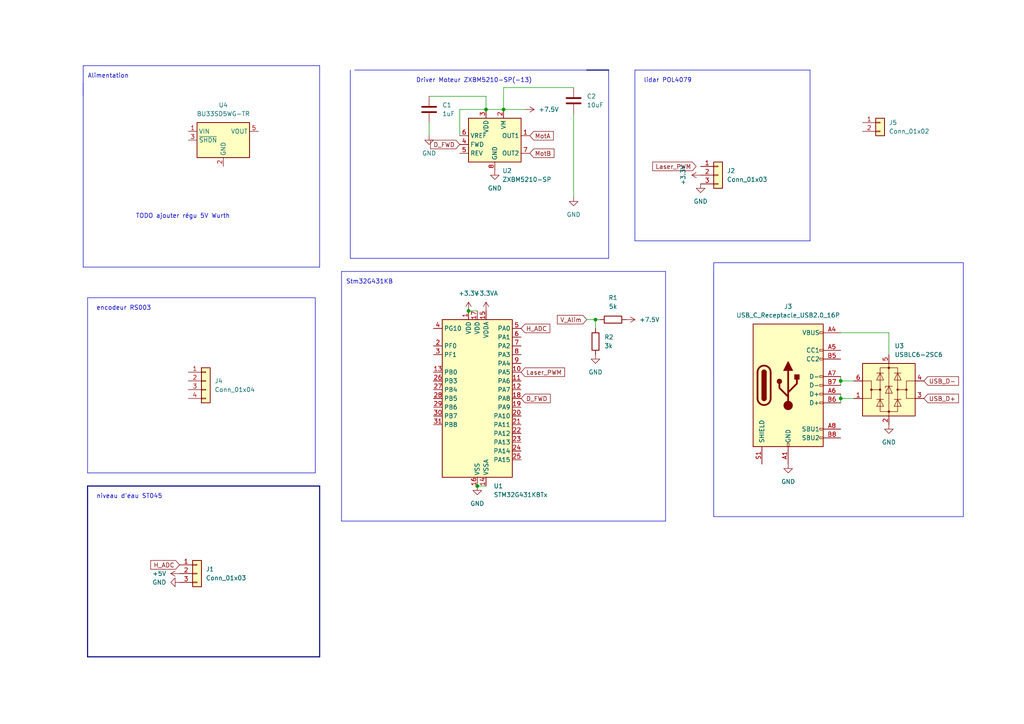
<source format=kicad_sch>
(kicad_sch (version 20230121) (generator eeschema)

  (uuid 4335135c-671e-48fd-8176-a5ca387e43df)

  (paper "A4")

  (lib_symbols
    (symbol "Connector:USB_C_Receptacle_USB2.0_16P" (pin_names (offset 1.016)) (in_bom yes) (on_board yes)
      (property "Reference" "J" (at 0 22.225 0)
        (effects (font (size 1.27 1.27)))
      )
      (property "Value" "USB_C_Receptacle_USB2.0_16P" (at 0 19.685 0)
        (effects (font (size 1.27 1.27)))
      )
      (property "Footprint" "" (at 3.81 0 0)
        (effects (font (size 1.27 1.27)) hide)
      )
      (property "Datasheet" "https://www.usb.org/sites/default/files/documents/usb_type-c.zip" (at 3.81 0 0)
        (effects (font (size 1.27 1.27)) hide)
      )
      (property "ki_keywords" "usb universal serial bus type-C USB2.0" (at 0 0 0)
        (effects (font (size 1.27 1.27)) hide)
      )
      (property "ki_description" "USB 2.0-only 16P Type-C Receptacle connector" (at 0 0 0)
        (effects (font (size 1.27 1.27)) hide)
      )
      (property "ki_fp_filters" "USB*C*Receptacle*" (at 0 0 0)
        (effects (font (size 1.27 1.27)) hide)
      )
      (symbol "USB_C_Receptacle_USB2.0_16P_0_0"
        (rectangle (start -0.254 -17.78) (end 0.254 -16.764)
          (stroke (width 0) (type default))
          (fill (type none))
        )
        (rectangle (start 10.16 -14.986) (end 9.144 -15.494)
          (stroke (width 0) (type default))
          (fill (type none))
        )
        (rectangle (start 10.16 -12.446) (end 9.144 -12.954)
          (stroke (width 0) (type default))
          (fill (type none))
        )
        (rectangle (start 10.16 -4.826) (end 9.144 -5.334)
          (stroke (width 0) (type default))
          (fill (type none))
        )
        (rectangle (start 10.16 -2.286) (end 9.144 -2.794)
          (stroke (width 0) (type default))
          (fill (type none))
        )
        (rectangle (start 10.16 0.254) (end 9.144 -0.254)
          (stroke (width 0) (type default))
          (fill (type none))
        )
        (rectangle (start 10.16 2.794) (end 9.144 2.286)
          (stroke (width 0) (type default))
          (fill (type none))
        )
        (rectangle (start 10.16 7.874) (end 9.144 7.366)
          (stroke (width 0) (type default))
          (fill (type none))
        )
        (rectangle (start 10.16 10.414) (end 9.144 9.906)
          (stroke (width 0) (type default))
          (fill (type none))
        )
        (rectangle (start 10.16 15.494) (end 9.144 14.986)
          (stroke (width 0) (type default))
          (fill (type none))
        )
      )
      (symbol "USB_C_Receptacle_USB2.0_16P_0_1"
        (rectangle (start -10.16 17.78) (end 10.16 -17.78)
          (stroke (width 0.254) (type default))
          (fill (type background))
        )
        (arc (start -8.89 -3.81) (mid -6.985 -5.7067) (end -5.08 -3.81)
          (stroke (width 0.508) (type default))
          (fill (type none))
        )
        (arc (start -7.62 -3.81) (mid -6.985 -4.4423) (end -6.35 -3.81)
          (stroke (width 0.254) (type default))
          (fill (type none))
        )
        (arc (start -7.62 -3.81) (mid -6.985 -4.4423) (end -6.35 -3.81)
          (stroke (width 0.254) (type default))
          (fill (type outline))
        )
        (rectangle (start -7.62 -3.81) (end -6.35 3.81)
          (stroke (width 0.254) (type default))
          (fill (type outline))
        )
        (arc (start -6.35 3.81) (mid -6.985 4.4423) (end -7.62 3.81)
          (stroke (width 0.254) (type default))
          (fill (type none))
        )
        (arc (start -6.35 3.81) (mid -6.985 4.4423) (end -7.62 3.81)
          (stroke (width 0.254) (type default))
          (fill (type outline))
        )
        (arc (start -5.08 3.81) (mid -6.985 5.7067) (end -8.89 3.81)
          (stroke (width 0.508) (type default))
          (fill (type none))
        )
        (circle (center -2.54 1.143) (radius 0.635)
          (stroke (width 0.254) (type default))
          (fill (type outline))
        )
        (circle (center 0 -5.842) (radius 1.27)
          (stroke (width 0) (type default))
          (fill (type outline))
        )
        (polyline
          (pts
            (xy -8.89 -3.81)
            (xy -8.89 3.81)
          )
          (stroke (width 0.508) (type default))
          (fill (type none))
        )
        (polyline
          (pts
            (xy -5.08 3.81)
            (xy -5.08 -3.81)
          )
          (stroke (width 0.508) (type default))
          (fill (type none))
        )
        (polyline
          (pts
            (xy 0 -5.842)
            (xy 0 4.318)
          )
          (stroke (width 0.508) (type default))
          (fill (type none))
        )
        (polyline
          (pts
            (xy 0 -3.302)
            (xy -2.54 -0.762)
            (xy -2.54 0.508)
          )
          (stroke (width 0.508) (type default))
          (fill (type none))
        )
        (polyline
          (pts
            (xy 0 -2.032)
            (xy 2.54 0.508)
            (xy 2.54 1.778)
          )
          (stroke (width 0.508) (type default))
          (fill (type none))
        )
        (polyline
          (pts
            (xy -1.27 4.318)
            (xy 0 6.858)
            (xy 1.27 4.318)
            (xy -1.27 4.318)
          )
          (stroke (width 0.254) (type default))
          (fill (type outline))
        )
        (rectangle (start 1.905 1.778) (end 3.175 3.048)
          (stroke (width 0.254) (type default))
          (fill (type outline))
        )
      )
      (symbol "USB_C_Receptacle_USB2.0_16P_1_1"
        (pin passive line (at 0 -22.86 90) (length 5.08)
          (name "GND" (effects (font (size 1.27 1.27))))
          (number "A1" (effects (font (size 1.27 1.27))))
        )
        (pin passive line (at 0 -22.86 90) (length 5.08) hide
          (name "GND" (effects (font (size 1.27 1.27))))
          (number "A12" (effects (font (size 1.27 1.27))))
        )
        (pin passive line (at 15.24 15.24 180) (length 5.08)
          (name "VBUS" (effects (font (size 1.27 1.27))))
          (number "A4" (effects (font (size 1.27 1.27))))
        )
        (pin bidirectional line (at 15.24 10.16 180) (length 5.08)
          (name "CC1" (effects (font (size 1.27 1.27))))
          (number "A5" (effects (font (size 1.27 1.27))))
        )
        (pin bidirectional line (at 15.24 -2.54 180) (length 5.08)
          (name "D+" (effects (font (size 1.27 1.27))))
          (number "A6" (effects (font (size 1.27 1.27))))
        )
        (pin bidirectional line (at 15.24 2.54 180) (length 5.08)
          (name "D-" (effects (font (size 1.27 1.27))))
          (number "A7" (effects (font (size 1.27 1.27))))
        )
        (pin bidirectional line (at 15.24 -12.7 180) (length 5.08)
          (name "SBU1" (effects (font (size 1.27 1.27))))
          (number "A8" (effects (font (size 1.27 1.27))))
        )
        (pin passive line (at 15.24 15.24 180) (length 5.08) hide
          (name "VBUS" (effects (font (size 1.27 1.27))))
          (number "A9" (effects (font (size 1.27 1.27))))
        )
        (pin passive line (at 0 -22.86 90) (length 5.08) hide
          (name "GND" (effects (font (size 1.27 1.27))))
          (number "B1" (effects (font (size 1.27 1.27))))
        )
        (pin passive line (at 0 -22.86 90) (length 5.08) hide
          (name "GND" (effects (font (size 1.27 1.27))))
          (number "B12" (effects (font (size 1.27 1.27))))
        )
        (pin passive line (at 15.24 15.24 180) (length 5.08) hide
          (name "VBUS" (effects (font (size 1.27 1.27))))
          (number "B4" (effects (font (size 1.27 1.27))))
        )
        (pin bidirectional line (at 15.24 7.62 180) (length 5.08)
          (name "CC2" (effects (font (size 1.27 1.27))))
          (number "B5" (effects (font (size 1.27 1.27))))
        )
        (pin bidirectional line (at 15.24 -5.08 180) (length 5.08)
          (name "D+" (effects (font (size 1.27 1.27))))
          (number "B6" (effects (font (size 1.27 1.27))))
        )
        (pin bidirectional line (at 15.24 0 180) (length 5.08)
          (name "D-" (effects (font (size 1.27 1.27))))
          (number "B7" (effects (font (size 1.27 1.27))))
        )
        (pin bidirectional line (at 15.24 -15.24 180) (length 5.08)
          (name "SBU2" (effects (font (size 1.27 1.27))))
          (number "B8" (effects (font (size 1.27 1.27))))
        )
        (pin passive line (at 15.24 15.24 180) (length 5.08) hide
          (name "VBUS" (effects (font (size 1.27 1.27))))
          (number "B9" (effects (font (size 1.27 1.27))))
        )
        (pin passive line (at -7.62 -22.86 90) (length 5.08)
          (name "SHIELD" (effects (font (size 1.27 1.27))))
          (number "S1" (effects (font (size 1.27 1.27))))
        )
      )
    )
    (symbol "Connector_Generic:Conn_01x02" (pin_names (offset 1.016) hide) (in_bom yes) (on_board yes)
      (property "Reference" "J" (at 0 2.54 0)
        (effects (font (size 1.27 1.27)))
      )
      (property "Value" "Conn_01x02" (at 0 -5.08 0)
        (effects (font (size 1.27 1.27)))
      )
      (property "Footprint" "" (at 0 0 0)
        (effects (font (size 1.27 1.27)) hide)
      )
      (property "Datasheet" "~" (at 0 0 0)
        (effects (font (size 1.27 1.27)) hide)
      )
      (property "ki_keywords" "connector" (at 0 0 0)
        (effects (font (size 1.27 1.27)) hide)
      )
      (property "ki_description" "Generic connector, single row, 01x02, script generated (kicad-library-utils/schlib/autogen/connector/)" (at 0 0 0)
        (effects (font (size 1.27 1.27)) hide)
      )
      (property "ki_fp_filters" "Connector*:*_1x??_*" (at 0 0 0)
        (effects (font (size 1.27 1.27)) hide)
      )
      (symbol "Conn_01x02_1_1"
        (rectangle (start -1.27 -2.413) (end 0 -2.667)
          (stroke (width 0.1524) (type default))
          (fill (type none))
        )
        (rectangle (start -1.27 0.127) (end 0 -0.127)
          (stroke (width 0.1524) (type default))
          (fill (type none))
        )
        (rectangle (start -1.27 1.27) (end 1.27 -3.81)
          (stroke (width 0.254) (type default))
          (fill (type background))
        )
        (pin passive line (at -5.08 0 0) (length 3.81)
          (name "Pin_1" (effects (font (size 1.27 1.27))))
          (number "1" (effects (font (size 1.27 1.27))))
        )
        (pin passive line (at -5.08 -2.54 0) (length 3.81)
          (name "Pin_2" (effects (font (size 1.27 1.27))))
          (number "2" (effects (font (size 1.27 1.27))))
        )
      )
    )
    (symbol "Connector_Generic:Conn_01x03" (pin_names (offset 1.016) hide) (in_bom yes) (on_board yes)
      (property "Reference" "J" (at 0 5.08 0)
        (effects (font (size 1.27 1.27)))
      )
      (property "Value" "Conn_01x03" (at 0 -5.08 0)
        (effects (font (size 1.27 1.27)))
      )
      (property "Footprint" "" (at 0 0 0)
        (effects (font (size 1.27 1.27)) hide)
      )
      (property "Datasheet" "~" (at 0 0 0)
        (effects (font (size 1.27 1.27)) hide)
      )
      (property "ki_keywords" "connector" (at 0 0 0)
        (effects (font (size 1.27 1.27)) hide)
      )
      (property "ki_description" "Generic connector, single row, 01x03, script generated (kicad-library-utils/schlib/autogen/connector/)" (at 0 0 0)
        (effects (font (size 1.27 1.27)) hide)
      )
      (property "ki_fp_filters" "Connector*:*_1x??_*" (at 0 0 0)
        (effects (font (size 1.27 1.27)) hide)
      )
      (symbol "Conn_01x03_1_1"
        (rectangle (start -1.27 -2.413) (end 0 -2.667)
          (stroke (width 0.1524) (type default))
          (fill (type none))
        )
        (rectangle (start -1.27 0.127) (end 0 -0.127)
          (stroke (width 0.1524) (type default))
          (fill (type none))
        )
        (rectangle (start -1.27 2.667) (end 0 2.413)
          (stroke (width 0.1524) (type default))
          (fill (type none))
        )
        (rectangle (start -1.27 3.81) (end 1.27 -3.81)
          (stroke (width 0.254) (type default))
          (fill (type background))
        )
        (pin passive line (at -5.08 2.54 0) (length 3.81)
          (name "Pin_1" (effects (font (size 1.27 1.27))))
          (number "1" (effects (font (size 1.27 1.27))))
        )
        (pin passive line (at -5.08 0 0) (length 3.81)
          (name "Pin_2" (effects (font (size 1.27 1.27))))
          (number "2" (effects (font (size 1.27 1.27))))
        )
        (pin passive line (at -5.08 -2.54 0) (length 3.81)
          (name "Pin_3" (effects (font (size 1.27 1.27))))
          (number "3" (effects (font (size 1.27 1.27))))
        )
      )
    )
    (symbol "Connector_Generic:Conn_01x04" (pin_names (offset 1.016) hide) (in_bom yes) (on_board yes)
      (property "Reference" "J" (at 0 5.08 0)
        (effects (font (size 1.27 1.27)))
      )
      (property "Value" "Conn_01x04" (at 0 -7.62 0)
        (effects (font (size 1.27 1.27)))
      )
      (property "Footprint" "" (at 0 0 0)
        (effects (font (size 1.27 1.27)) hide)
      )
      (property "Datasheet" "~" (at 0 0 0)
        (effects (font (size 1.27 1.27)) hide)
      )
      (property "ki_keywords" "connector" (at 0 0 0)
        (effects (font (size 1.27 1.27)) hide)
      )
      (property "ki_description" "Generic connector, single row, 01x04, script generated (kicad-library-utils/schlib/autogen/connector/)" (at 0 0 0)
        (effects (font (size 1.27 1.27)) hide)
      )
      (property "ki_fp_filters" "Connector*:*_1x??_*" (at 0 0 0)
        (effects (font (size 1.27 1.27)) hide)
      )
      (symbol "Conn_01x04_1_1"
        (rectangle (start -1.27 -4.953) (end 0 -5.207)
          (stroke (width 0.1524) (type default))
          (fill (type none))
        )
        (rectangle (start -1.27 -2.413) (end 0 -2.667)
          (stroke (width 0.1524) (type default))
          (fill (type none))
        )
        (rectangle (start -1.27 0.127) (end 0 -0.127)
          (stroke (width 0.1524) (type default))
          (fill (type none))
        )
        (rectangle (start -1.27 2.667) (end 0 2.413)
          (stroke (width 0.1524) (type default))
          (fill (type none))
        )
        (rectangle (start -1.27 3.81) (end 1.27 -6.35)
          (stroke (width 0.254) (type default))
          (fill (type background))
        )
        (pin passive line (at -5.08 2.54 0) (length 3.81)
          (name "Pin_1" (effects (font (size 1.27 1.27))))
          (number "1" (effects (font (size 1.27 1.27))))
        )
        (pin passive line (at -5.08 0 0) (length 3.81)
          (name "Pin_2" (effects (font (size 1.27 1.27))))
          (number "2" (effects (font (size 1.27 1.27))))
        )
        (pin passive line (at -5.08 -2.54 0) (length 3.81)
          (name "Pin_3" (effects (font (size 1.27 1.27))))
          (number "3" (effects (font (size 1.27 1.27))))
        )
        (pin passive line (at -5.08 -5.08 0) (length 3.81)
          (name "Pin_4" (effects (font (size 1.27 1.27))))
          (number "4" (effects (font (size 1.27 1.27))))
        )
      )
    )
    (symbol "Device:C" (pin_numbers hide) (pin_names (offset 0.254)) (in_bom yes) (on_board yes)
      (property "Reference" "C" (at 0.635 2.54 0)
        (effects (font (size 1.27 1.27)) (justify left))
      )
      (property "Value" "C" (at 0.635 -2.54 0)
        (effects (font (size 1.27 1.27)) (justify left))
      )
      (property "Footprint" "" (at 0.9652 -3.81 0)
        (effects (font (size 1.27 1.27)) hide)
      )
      (property "Datasheet" "~" (at 0 0 0)
        (effects (font (size 1.27 1.27)) hide)
      )
      (property "ki_keywords" "cap capacitor" (at 0 0 0)
        (effects (font (size 1.27 1.27)) hide)
      )
      (property "ki_description" "Unpolarized capacitor" (at 0 0 0)
        (effects (font (size 1.27 1.27)) hide)
      )
      (property "ki_fp_filters" "C_*" (at 0 0 0)
        (effects (font (size 1.27 1.27)) hide)
      )
      (symbol "C_0_1"
        (polyline
          (pts
            (xy -2.032 -0.762)
            (xy 2.032 -0.762)
          )
          (stroke (width 0.508) (type default))
          (fill (type none))
        )
        (polyline
          (pts
            (xy -2.032 0.762)
            (xy 2.032 0.762)
          )
          (stroke (width 0.508) (type default))
          (fill (type none))
        )
      )
      (symbol "C_1_1"
        (pin passive line (at 0 3.81 270) (length 2.794)
          (name "~" (effects (font (size 1.27 1.27))))
          (number "1" (effects (font (size 1.27 1.27))))
        )
        (pin passive line (at 0 -3.81 90) (length 2.794)
          (name "~" (effects (font (size 1.27 1.27))))
          (number "2" (effects (font (size 1.27 1.27))))
        )
      )
    )
    (symbol "Device:R" (pin_numbers hide) (pin_names (offset 0)) (in_bom yes) (on_board yes)
      (property "Reference" "R" (at 2.032 0 90)
        (effects (font (size 1.27 1.27)))
      )
      (property "Value" "R" (at 0 0 90)
        (effects (font (size 1.27 1.27)))
      )
      (property "Footprint" "" (at -1.778 0 90)
        (effects (font (size 1.27 1.27)) hide)
      )
      (property "Datasheet" "~" (at 0 0 0)
        (effects (font (size 1.27 1.27)) hide)
      )
      (property "ki_keywords" "R res resistor" (at 0 0 0)
        (effects (font (size 1.27 1.27)) hide)
      )
      (property "ki_description" "Resistor" (at 0 0 0)
        (effects (font (size 1.27 1.27)) hide)
      )
      (property "ki_fp_filters" "R_*" (at 0 0 0)
        (effects (font (size 1.27 1.27)) hide)
      )
      (symbol "R_0_1"
        (rectangle (start -1.016 -2.54) (end 1.016 2.54)
          (stroke (width 0.254) (type default))
          (fill (type none))
        )
      )
      (symbol "R_1_1"
        (pin passive line (at 0 3.81 270) (length 1.27)
          (name "~" (effects (font (size 1.27 1.27))))
          (number "1" (effects (font (size 1.27 1.27))))
        )
        (pin passive line (at 0 -3.81 90) (length 1.27)
          (name "~" (effects (font (size 1.27 1.27))))
          (number "2" (effects (font (size 1.27 1.27))))
        )
      )
    )
    (symbol "Driver_Motor:ZXBM5210-SP" (in_bom yes) (on_board yes)
      (property "Reference" "U" (at -7.62 8.89 0)
        (effects (font (size 1.27 1.27)))
      )
      (property "Value" "ZXBM5210-SP" (at 10.16 8.89 0)
        (effects (font (size 1.27 1.27)))
      )
      (property "Footprint" "Package_SO:Diodes_SO-8EP" (at 1.27 -6.35 0)
        (effects (font (size 1.27 1.27)) hide)
      )
      (property "Datasheet" "https://www.diodes.com/assets/Datasheets/ZXBM5210.pdf" (at 0 0 0)
        (effects (font (size 1.27 1.27)) hide)
      )
      (property "ki_keywords" "H-bridge, motor driver, PWM, single coil" (at 0 0 0)
        (effects (font (size 1.27 1.27)) hide)
      )
      (property "ki_description" "Reversible DC motor drive with speed control, 3-18V, 0.85A, SOIC-8EP" (at 0 0 0)
        (effects (font (size 1.27 1.27)) hide)
      )
      (property "ki_fp_filters" "Diodes*SO*EP*" (at 0 0 0)
        (effects (font (size 1.27 1.27)) hide)
      )
      (symbol "ZXBM5210-SP_0_0"
        (pin output line (at 10.16 2.54 180) (length 2.54)
          (name "OUT1" (effects (font (size 1.27 1.27))))
          (number "1" (effects (font (size 1.27 1.27))))
        )
        (pin power_in line (at 2.54 10.16 270) (length 2.54)
          (name "VM" (effects (font (size 1.27 1.27))))
          (number "2" (effects (font (size 1.27 1.27))))
        )
        (pin power_in line (at -2.54 10.16 270) (length 2.54)
          (name "VDD" (effects (font (size 1.27 1.27))))
          (number "3" (effects (font (size 1.27 1.27))))
        )
        (pin input line (at -10.16 0 0) (length 2.54)
          (name "FWD" (effects (font (size 1.27 1.27))))
          (number "4" (effects (font (size 1.27 1.27))))
        )
        (pin input line (at -10.16 -2.54 0) (length 2.54)
          (name "REV" (effects (font (size 1.27 1.27))))
          (number "5" (effects (font (size 1.27 1.27))))
        )
        (pin input line (at -10.16 2.54 0) (length 2.54)
          (name "VREF" (effects (font (size 1.27 1.27))))
          (number "6" (effects (font (size 1.27 1.27))))
        )
        (pin output line (at 10.16 -2.54 180) (length 2.54)
          (name "OUT2" (effects (font (size 1.27 1.27))))
          (number "7" (effects (font (size 1.27 1.27))))
        )
        (pin power_in line (at 0 -7.62 90) (length 2.54)
          (name "GND" (effects (font (size 1.27 1.27))))
          (number "8" (effects (font (size 1.27 1.27))))
        )
        (pin passive line (at 0 -7.62 90) (length 2.54) hide
          (name "GND" (effects (font (size 1.27 1.27))))
          (number "9" (effects (font (size 1.27 1.27))))
        )
      )
      (symbol "ZXBM5210-SP_0_1"
        (rectangle (start -7.62 7.62) (end 7.62 -5.08)
          (stroke (width 0.254) (type default))
          (fill (type background))
        )
      )
    )
    (symbol "MCU_ST_STM32G4:STM32G431KBTx" (in_bom yes) (on_board yes)
      (property "Reference" "U" (at -10.16 24.13 0)
        (effects (font (size 1.27 1.27)) (justify left))
      )
      (property "Value" "STM32G431KBTx" (at 5.08 24.13 0)
        (effects (font (size 1.27 1.27)) (justify left))
      )
      (property "Footprint" "Package_QFP:LQFP-32_7x7mm_P0.8mm" (at -10.16 -22.86 0)
        (effects (font (size 1.27 1.27)) (justify right) hide)
      )
      (property "Datasheet" "https://www.st.com/resource/en/datasheet/stm32g431kb.pdf" (at 0 0 0)
        (effects (font (size 1.27 1.27)) hide)
      )
      (property "ki_locked" "" (at 0 0 0)
        (effects (font (size 1.27 1.27)))
      )
      (property "ki_keywords" "Arm Cortex-M4 STM32G4 STM32G4x1" (at 0 0 0)
        (effects (font (size 1.27 1.27)) hide)
      )
      (property "ki_description" "STMicroelectronics Arm Cortex-M4 MCU, 128KB flash, 32KB RAM, 170 MHz, 1.71-3.6V, 26 GPIO, LQFP32" (at 0 0 0)
        (effects (font (size 1.27 1.27)) hide)
      )
      (property "ki_fp_filters" "LQFP*7x7mm*P0.8mm*" (at 0 0 0)
        (effects (font (size 1.27 1.27)) hide)
      )
      (symbol "STM32G431KBTx_0_1"
        (rectangle (start -10.16 -22.86) (end 10.16 22.86)
          (stroke (width 0.254) (type default))
          (fill (type background))
        )
      )
      (symbol "STM32G431KBTx_1_1"
        (pin power_in line (at -2.54 25.4 270) (length 2.54)
          (name "VDD" (effects (font (size 1.27 1.27))))
          (number "1" (effects (font (size 1.27 1.27))))
        )
        (pin bidirectional line (at 12.7 7.62 180) (length 2.54)
          (name "PA5" (effects (font (size 1.27 1.27))))
          (number "10" (effects (font (size 1.27 1.27))))
          (alternate "ADC2_IN13" bidirectional line)
          (alternate "COMP2_INM" bidirectional line)
          (alternate "DAC1_OUT2" bidirectional line)
          (alternate "OPAMP2_VINM" bidirectional line)
          (alternate "OPAMP2_VINM0" bidirectional line)
          (alternate "OPAMP2_VINM_SEC" bidirectional line)
          (alternate "SPI1_SCK" bidirectional line)
          (alternate "TIM2_CH1" bidirectional line)
          (alternate "TIM2_ETR" bidirectional line)
          (alternate "UCPD1_FRSTX1" bidirectional line)
          (alternate "UCPD1_FRSTX2" bidirectional line)
        )
        (pin bidirectional line (at 12.7 5.08 180) (length 2.54)
          (name "PA6" (effects (font (size 1.27 1.27))))
          (number "11" (effects (font (size 1.27 1.27))))
          (alternate "ADC2_IN3" bidirectional line)
          (alternate "COMP1_OUT" bidirectional line)
          (alternate "LPUART1_CTS" bidirectional line)
          (alternate "OPAMP2_VOUT" bidirectional line)
          (alternate "SPI1_MISO" bidirectional line)
          (alternate "TIM16_CH1" bidirectional line)
          (alternate "TIM1_BKIN" bidirectional line)
          (alternate "TIM3_CH1" bidirectional line)
          (alternate "TIM8_BKIN" bidirectional line)
        )
        (pin bidirectional line (at 12.7 2.54 180) (length 2.54)
          (name "PA7" (effects (font (size 1.27 1.27))))
          (number "12" (effects (font (size 1.27 1.27))))
          (alternate "ADC2_IN4" bidirectional line)
          (alternate "COMP2_INP" bidirectional line)
          (alternate "COMP2_OUT" bidirectional line)
          (alternate "OPAMP1_VINP" bidirectional line)
          (alternate "OPAMP1_VINP_SEC" bidirectional line)
          (alternate "OPAMP2_VINP" bidirectional line)
          (alternate "OPAMP2_VINP_SEC" bidirectional line)
          (alternate "SPI1_MOSI" bidirectional line)
          (alternate "TIM17_CH1" bidirectional line)
          (alternate "TIM1_CH1N" bidirectional line)
          (alternate "TIM3_CH2" bidirectional line)
          (alternate "TIM8_CH1N" bidirectional line)
          (alternate "UCPD1_FRSTX1" bidirectional line)
          (alternate "UCPD1_FRSTX2" bidirectional line)
        )
        (pin bidirectional line (at -12.7 7.62 0) (length 2.54)
          (name "PB0" (effects (font (size 1.27 1.27))))
          (number "13" (effects (font (size 1.27 1.27))))
          (alternate "ADC1_IN15" bidirectional line)
          (alternate "COMP4_INP" bidirectional line)
          (alternate "OPAMP2_VINP" bidirectional line)
          (alternate "OPAMP2_VINP_SEC" bidirectional line)
          (alternate "OPAMP3_VINP" bidirectional line)
          (alternate "OPAMP3_VINP_SEC" bidirectional line)
          (alternate "TIM1_CH2N" bidirectional line)
          (alternate "TIM3_CH3" bidirectional line)
          (alternate "TIM8_CH2N" bidirectional line)
          (alternate "UCPD1_FRSTX1" bidirectional line)
          (alternate "UCPD1_FRSTX2" bidirectional line)
        )
        (pin power_in line (at 2.54 -25.4 90) (length 2.54)
          (name "VSSA" (effects (font (size 1.27 1.27))))
          (number "14" (effects (font (size 1.27 1.27))))
        )
        (pin power_in line (at 2.54 25.4 270) (length 2.54)
          (name "VDDA" (effects (font (size 1.27 1.27))))
          (number "15" (effects (font (size 1.27 1.27))))
        )
        (pin power_in line (at 0 -25.4 90) (length 2.54)
          (name "VSS" (effects (font (size 1.27 1.27))))
          (number "16" (effects (font (size 1.27 1.27))))
        )
        (pin power_in line (at 0 25.4 270) (length 2.54)
          (name "VDD" (effects (font (size 1.27 1.27))))
          (number "17" (effects (font (size 1.27 1.27))))
        )
        (pin bidirectional line (at 12.7 0 180) (length 2.54)
          (name "PA8" (effects (font (size 1.27 1.27))))
          (number "18" (effects (font (size 1.27 1.27))))
          (alternate "I2C2_SDA" bidirectional line)
          (alternate "I2C3_SCL" bidirectional line)
          (alternate "I2S2_MCK" bidirectional line)
          (alternate "RCC_MCO" bidirectional line)
          (alternate "SAI1_CK2" bidirectional line)
          (alternate "SAI1_SCK_A" bidirectional line)
          (alternate "TIM1_CH1" bidirectional line)
          (alternate "TIM4_ETR" bidirectional line)
          (alternate "USART1_CK" bidirectional line)
        )
        (pin bidirectional line (at 12.7 -2.54 180) (length 2.54)
          (name "PA9" (effects (font (size 1.27 1.27))))
          (number "19" (effects (font (size 1.27 1.27))))
          (alternate "DAC1_EXTI9" bidirectional line)
          (alternate "DAC3_EXTI9" bidirectional line)
          (alternate "I2C2_SCL" bidirectional line)
          (alternate "I2C3_SMBA" bidirectional line)
          (alternate "I2S3_MCK" bidirectional line)
          (alternate "SAI1_FS_A" bidirectional line)
          (alternate "TIM15_BKIN" bidirectional line)
          (alternate "TIM1_CH2" bidirectional line)
          (alternate "TIM2_CH3" bidirectional line)
          (alternate "UCPD1_DBCC1" bidirectional line)
          (alternate "USART1_TX" bidirectional line)
        )
        (pin bidirectional line (at -12.7 15.24 0) (length 2.54)
          (name "PF0" (effects (font (size 1.27 1.27))))
          (number "2" (effects (font (size 1.27 1.27))))
          (alternate "ADC1_IN10" bidirectional line)
          (alternate "I2C2_SDA" bidirectional line)
          (alternate "I2S2_WS" bidirectional line)
          (alternate "RCC_OSC_IN" bidirectional line)
          (alternate "SPI2_NSS" bidirectional line)
          (alternate "TIM1_CH3N" bidirectional line)
        )
        (pin bidirectional line (at 12.7 -5.08 180) (length 2.54)
          (name "PA10" (effects (font (size 1.27 1.27))))
          (number "20" (effects (font (size 1.27 1.27))))
          (alternate "CRS_SYNC" bidirectional line)
          (alternate "DAC1_EXTI10" bidirectional line)
          (alternate "DAC3_EXTI10" bidirectional line)
          (alternate "I2C2_SMBA" bidirectional line)
          (alternate "SAI1_D1" bidirectional line)
          (alternate "SAI1_SD_A" bidirectional line)
          (alternate "SPI2_MISO" bidirectional line)
          (alternate "TIM17_BKIN" bidirectional line)
          (alternate "TIM1_CH3" bidirectional line)
          (alternate "TIM2_CH4" bidirectional line)
          (alternate "TIM8_BKIN" bidirectional line)
          (alternate "UCPD1_DBCC2" bidirectional line)
          (alternate "USART1_RX" bidirectional line)
        )
        (pin bidirectional line (at 12.7 -7.62 180) (length 2.54)
          (name "PA11" (effects (font (size 1.27 1.27))))
          (number "21" (effects (font (size 1.27 1.27))))
          (alternate "ADC1_EXTI11" bidirectional line)
          (alternate "ADC2_EXTI11" bidirectional line)
          (alternate "COMP1_OUT" bidirectional line)
          (alternate "FDCAN1_RX" bidirectional line)
          (alternate "I2S2_SD" bidirectional line)
          (alternate "SPI2_MOSI" bidirectional line)
          (alternate "TIM1_BKIN2" bidirectional line)
          (alternate "TIM1_CH1N" bidirectional line)
          (alternate "TIM1_CH4" bidirectional line)
          (alternate "TIM4_CH1" bidirectional line)
          (alternate "USART1_CTS" bidirectional line)
          (alternate "USART1_NSS" bidirectional line)
          (alternate "USB_DM" bidirectional line)
        )
        (pin bidirectional line (at 12.7 -10.16 180) (length 2.54)
          (name "PA12" (effects (font (size 1.27 1.27))))
          (number "22" (effects (font (size 1.27 1.27))))
          (alternate "COMP2_OUT" bidirectional line)
          (alternate "FDCAN1_TX" bidirectional line)
          (alternate "I2S_CKIN" bidirectional line)
          (alternate "TIM16_CH1" bidirectional line)
          (alternate "TIM1_CH2N" bidirectional line)
          (alternate "TIM1_ETR" bidirectional line)
          (alternate "TIM4_CH2" bidirectional line)
          (alternate "USART1_DE" bidirectional line)
          (alternate "USART1_RTS" bidirectional line)
          (alternate "USB_DP" bidirectional line)
        )
        (pin bidirectional line (at 12.7 -12.7 180) (length 2.54)
          (name "PA13" (effects (font (size 1.27 1.27))))
          (number "23" (effects (font (size 1.27 1.27))))
          (alternate "I2C1_SCL" bidirectional line)
          (alternate "IR_OUT" bidirectional line)
          (alternate "SAI1_SD_B" bidirectional line)
          (alternate "SYS_JTMS-SWDIO" bidirectional line)
          (alternate "TIM16_CH1N" bidirectional line)
          (alternate "TIM4_CH3" bidirectional line)
        )
        (pin bidirectional line (at 12.7 -15.24 180) (length 2.54)
          (name "PA14" (effects (font (size 1.27 1.27))))
          (number "24" (effects (font (size 1.27 1.27))))
          (alternate "I2C1_SDA" bidirectional line)
          (alternate "LPTIM1_OUT" bidirectional line)
          (alternate "SAI1_FS_B" bidirectional line)
          (alternate "SYS_JTCK-SWCLK" bidirectional line)
          (alternate "TIM1_BKIN" bidirectional line)
          (alternate "TIM8_CH2" bidirectional line)
          (alternate "USART2_TX" bidirectional line)
        )
        (pin bidirectional line (at 12.7 -17.78 180) (length 2.54)
          (name "PA15" (effects (font (size 1.27 1.27))))
          (number "25" (effects (font (size 1.27 1.27))))
          (alternate "ADC1_EXTI15" bidirectional line)
          (alternate "ADC2_EXTI15" bidirectional line)
          (alternate "I2C1_SCL" bidirectional line)
          (alternate "I2S3_WS" bidirectional line)
          (alternate "SPI1_NSS" bidirectional line)
          (alternate "SPI3_NSS" bidirectional line)
          (alternate "SYS_JTDI" bidirectional line)
          (alternate "TIM1_BKIN" bidirectional line)
          (alternate "TIM2_CH1" bidirectional line)
          (alternate "TIM2_ETR" bidirectional line)
          (alternate "TIM8_CH1" bidirectional line)
          (alternate "USART2_RX" bidirectional line)
        )
        (pin bidirectional line (at -12.7 5.08 0) (length 2.54)
          (name "PB3" (effects (font (size 1.27 1.27))))
          (number "26" (effects (font (size 1.27 1.27))))
          (alternate "CRS_SYNC" bidirectional line)
          (alternate "I2S3_CK" bidirectional line)
          (alternate "SAI1_SCK_B" bidirectional line)
          (alternate "SPI1_SCK" bidirectional line)
          (alternate "SPI3_SCK" bidirectional line)
          (alternate "SYS_JTDO-SWO" bidirectional line)
          (alternate "TIM2_CH2" bidirectional line)
          (alternate "TIM3_ETR" bidirectional line)
          (alternate "TIM4_ETR" bidirectional line)
          (alternate "TIM8_CH1N" bidirectional line)
          (alternate "USART2_TX" bidirectional line)
        )
        (pin bidirectional line (at -12.7 2.54 0) (length 2.54)
          (name "PB4" (effects (font (size 1.27 1.27))))
          (number "27" (effects (font (size 1.27 1.27))))
          (alternate "SAI1_MCLK_B" bidirectional line)
          (alternate "SPI1_MISO" bidirectional line)
          (alternate "SPI3_MISO" bidirectional line)
          (alternate "SYS_JTRST" bidirectional line)
          (alternate "TIM16_CH1" bidirectional line)
          (alternate "TIM17_BKIN" bidirectional line)
          (alternate "TIM3_CH1" bidirectional line)
          (alternate "TIM8_CH2N" bidirectional line)
          (alternate "UCPD1_CC2" bidirectional line)
          (alternate "USART2_RX" bidirectional line)
        )
        (pin bidirectional line (at -12.7 0 0) (length 2.54)
          (name "PB5" (effects (font (size 1.27 1.27))))
          (number "28" (effects (font (size 1.27 1.27))))
          (alternate "I2C1_SMBA" bidirectional line)
          (alternate "I2C3_SDA" bidirectional line)
          (alternate "I2S3_SD" bidirectional line)
          (alternate "LPTIM1_IN1" bidirectional line)
          (alternate "SAI1_SD_B" bidirectional line)
          (alternate "SPI1_MOSI" bidirectional line)
          (alternate "SPI3_MOSI" bidirectional line)
          (alternate "TIM16_BKIN" bidirectional line)
          (alternate "TIM17_CH1" bidirectional line)
          (alternate "TIM3_CH2" bidirectional line)
          (alternate "TIM8_CH3N" bidirectional line)
          (alternate "USART2_CK" bidirectional line)
        )
        (pin bidirectional line (at -12.7 -2.54 0) (length 2.54)
          (name "PB6" (effects (font (size 1.27 1.27))))
          (number "29" (effects (font (size 1.27 1.27))))
          (alternate "COMP4_OUT" bidirectional line)
          (alternate "LPTIM1_ETR" bidirectional line)
          (alternate "SAI1_FS_B" bidirectional line)
          (alternate "TIM16_CH1N" bidirectional line)
          (alternate "TIM4_CH1" bidirectional line)
          (alternate "TIM8_BKIN2" bidirectional line)
          (alternate "TIM8_CH1" bidirectional line)
          (alternate "TIM8_ETR" bidirectional line)
          (alternate "UCPD1_CC1" bidirectional line)
          (alternate "USART1_TX" bidirectional line)
        )
        (pin bidirectional line (at -12.7 12.7 0) (length 2.54)
          (name "PF1" (effects (font (size 1.27 1.27))))
          (number "3" (effects (font (size 1.27 1.27))))
          (alternate "ADC2_IN10" bidirectional line)
          (alternate "COMP3_INM" bidirectional line)
          (alternate "I2S2_CK" bidirectional line)
          (alternate "RCC_OSC_OUT" bidirectional line)
          (alternate "SPI2_SCK" bidirectional line)
        )
        (pin bidirectional line (at -12.7 -5.08 0) (length 2.54)
          (name "PB7" (effects (font (size 1.27 1.27))))
          (number "30" (effects (font (size 1.27 1.27))))
          (alternate "COMP3_OUT" bidirectional line)
          (alternate "I2C1_SDA" bidirectional line)
          (alternate "LPTIM1_IN2" bidirectional line)
          (alternate "SYS_PVD_IN" bidirectional line)
          (alternate "TIM17_CH1N" bidirectional line)
          (alternate "TIM3_CH4" bidirectional line)
          (alternate "TIM4_CH2" bidirectional line)
          (alternate "TIM8_BKIN" bidirectional line)
          (alternate "USART1_RX" bidirectional line)
        )
        (pin bidirectional line (at -12.7 -7.62 0) (length 2.54)
          (name "PB8" (effects (font (size 1.27 1.27))))
          (number "31" (effects (font (size 1.27 1.27))))
          (alternate "COMP1_OUT" bidirectional line)
          (alternate "FDCAN1_RX" bidirectional line)
          (alternate "I2C1_SCL" bidirectional line)
          (alternate "SAI1_CK1" bidirectional line)
          (alternate "SAI1_MCLK_A" bidirectional line)
          (alternate "TIM16_CH1" bidirectional line)
          (alternate "TIM1_BKIN" bidirectional line)
          (alternate "TIM4_CH3" bidirectional line)
          (alternate "TIM8_CH2" bidirectional line)
        )
        (pin passive line (at 0 -25.4 90) (length 2.54) hide
          (name "VSS" (effects (font (size 1.27 1.27))))
          (number "32" (effects (font (size 1.27 1.27))))
        )
        (pin bidirectional line (at -12.7 20.32 0) (length 2.54)
          (name "PG10" (effects (font (size 1.27 1.27))))
          (number "4" (effects (font (size 1.27 1.27))))
          (alternate "DAC1_EXTI10" bidirectional line)
          (alternate "DAC3_EXTI10" bidirectional line)
          (alternate "RCC_MCO" bidirectional line)
        )
        (pin bidirectional line (at 12.7 20.32 180) (length 2.54)
          (name "PA0" (effects (font (size 1.27 1.27))))
          (number "5" (effects (font (size 1.27 1.27))))
          (alternate "ADC1_IN1" bidirectional line)
          (alternate "ADC2_IN1" bidirectional line)
          (alternate "COMP1_INM" bidirectional line)
          (alternate "COMP1_OUT" bidirectional line)
          (alternate "COMP3_INP" bidirectional line)
          (alternate "RTC_TAMP2" bidirectional line)
          (alternate "SYS_WKUP1" bidirectional line)
          (alternate "TIM2_CH1" bidirectional line)
          (alternate "TIM2_ETR" bidirectional line)
          (alternate "TIM8_BKIN" bidirectional line)
          (alternate "TIM8_ETR" bidirectional line)
          (alternate "USART2_CTS" bidirectional line)
          (alternate "USART2_NSS" bidirectional line)
        )
        (pin bidirectional line (at 12.7 17.78 180) (length 2.54)
          (name "PA1" (effects (font (size 1.27 1.27))))
          (number "6" (effects (font (size 1.27 1.27))))
          (alternate "ADC1_IN2" bidirectional line)
          (alternate "ADC2_IN2" bidirectional line)
          (alternate "COMP1_INP" bidirectional line)
          (alternate "OPAMP1_VINP" bidirectional line)
          (alternate "OPAMP1_VINP_SEC" bidirectional line)
          (alternate "OPAMP3_VINP" bidirectional line)
          (alternate "OPAMP3_VINP_SEC" bidirectional line)
          (alternate "RTC_REFIN" bidirectional line)
          (alternate "TIM15_CH1N" bidirectional line)
          (alternate "TIM2_CH2" bidirectional line)
          (alternate "USART2_DE" bidirectional line)
          (alternate "USART2_RTS" bidirectional line)
        )
        (pin bidirectional line (at 12.7 15.24 180) (length 2.54)
          (name "PA2" (effects (font (size 1.27 1.27))))
          (number "7" (effects (font (size 1.27 1.27))))
          (alternate "ADC1_IN3" bidirectional line)
          (alternate "COMP2_INM" bidirectional line)
          (alternate "COMP2_OUT" bidirectional line)
          (alternate "LPUART1_TX" bidirectional line)
          (alternate "OPAMP1_VOUT" bidirectional line)
          (alternate "RCC_LSCO" bidirectional line)
          (alternate "SYS_WKUP4" bidirectional line)
          (alternate "TIM15_CH1" bidirectional line)
          (alternate "TIM2_CH3" bidirectional line)
          (alternate "UCPD1_FRSTX1" bidirectional line)
          (alternate "UCPD1_FRSTX2" bidirectional line)
          (alternate "USART2_TX" bidirectional line)
        )
        (pin bidirectional line (at 12.7 12.7 180) (length 2.54)
          (name "PA3" (effects (font (size 1.27 1.27))))
          (number "8" (effects (font (size 1.27 1.27))))
          (alternate "ADC1_IN4" bidirectional line)
          (alternate "COMP2_INP" bidirectional line)
          (alternate "LPUART1_RX" bidirectional line)
          (alternate "OPAMP1_VINM" bidirectional line)
          (alternate "OPAMP1_VINM0" bidirectional line)
          (alternate "OPAMP1_VINM_SEC" bidirectional line)
          (alternate "OPAMP1_VINP" bidirectional line)
          (alternate "OPAMP1_VINP_SEC" bidirectional line)
          (alternate "SAI1_CK1" bidirectional line)
          (alternate "SAI1_MCLK_A" bidirectional line)
          (alternate "TIM15_CH2" bidirectional line)
          (alternate "TIM2_CH4" bidirectional line)
          (alternate "USART2_RX" bidirectional line)
        )
        (pin bidirectional line (at 12.7 10.16 180) (length 2.54)
          (name "PA4" (effects (font (size 1.27 1.27))))
          (number "9" (effects (font (size 1.27 1.27))))
          (alternate "ADC2_IN17" bidirectional line)
          (alternate "COMP1_INM" bidirectional line)
          (alternate "DAC1_OUT1" bidirectional line)
          (alternate "I2S3_WS" bidirectional line)
          (alternate "SAI1_FS_B" bidirectional line)
          (alternate "SPI1_NSS" bidirectional line)
          (alternate "SPI3_NSS" bidirectional line)
          (alternate "TIM3_CH2" bidirectional line)
          (alternate "USART2_CK" bidirectional line)
        )
      )
    )
    (symbol "Power_Protection:USBLC6-2SC6" (pin_names hide) (in_bom yes) (on_board yes)
      (property "Reference" "U" (at 2.54 8.89 0)
        (effects (font (size 1.27 1.27)) (justify left))
      )
      (property "Value" "USBLC6-2SC6" (at 2.54 -8.89 0)
        (effects (font (size 1.27 1.27)) (justify left))
      )
      (property "Footprint" "Package_TO_SOT_SMD:SOT-23-6" (at 0 -12.7 0)
        (effects (font (size 1.27 1.27)) hide)
      )
      (property "Datasheet" "https://www.st.com/resource/en/datasheet/usblc6-2.pdf" (at 5.08 8.89 0)
        (effects (font (size 1.27 1.27)) hide)
      )
      (property "ki_keywords" "usb ethernet video" (at 0 0 0)
        (effects (font (size 1.27 1.27)) hide)
      )
      (property "ki_description" "Very low capacitance ESD protection diode, 2 data-line, SOT-23-6" (at 0 0 0)
        (effects (font (size 1.27 1.27)) hide)
      )
      (property "ki_fp_filters" "SOT?23*" (at 0 0 0)
        (effects (font (size 1.27 1.27)) hide)
      )
      (symbol "USBLC6-2SC6_0_1"
        (rectangle (start -7.62 -7.62) (end 7.62 7.62)
          (stroke (width 0.254) (type default))
          (fill (type background))
        )
        (circle (center -5.08 0) (radius 0.254)
          (stroke (width 0) (type default))
          (fill (type outline))
        )
        (circle (center -2.54 0) (radius 0.254)
          (stroke (width 0) (type default))
          (fill (type outline))
        )
        (rectangle (start -2.54 6.35) (end 2.54 -6.35)
          (stroke (width 0) (type default))
          (fill (type none))
        )
        (circle (center 0 -6.35) (radius 0.254)
          (stroke (width 0) (type default))
          (fill (type outline))
        )
        (polyline
          (pts
            (xy -5.08 -2.54)
            (xy -7.62 -2.54)
          )
          (stroke (width 0) (type default))
          (fill (type none))
        )
        (polyline
          (pts
            (xy -5.08 0)
            (xy -5.08 -2.54)
          )
          (stroke (width 0) (type default))
          (fill (type none))
        )
        (polyline
          (pts
            (xy -5.08 2.54)
            (xy -7.62 2.54)
          )
          (stroke (width 0) (type default))
          (fill (type none))
        )
        (polyline
          (pts
            (xy -1.524 -2.794)
            (xy -3.556 -2.794)
          )
          (stroke (width 0) (type default))
          (fill (type none))
        )
        (polyline
          (pts
            (xy -1.524 4.826)
            (xy -3.556 4.826)
          )
          (stroke (width 0) (type default))
          (fill (type none))
        )
        (polyline
          (pts
            (xy 0 -7.62)
            (xy 0 -6.35)
          )
          (stroke (width 0) (type default))
          (fill (type none))
        )
        (polyline
          (pts
            (xy 0 -6.35)
            (xy 0 1.27)
          )
          (stroke (width 0) (type default))
          (fill (type none))
        )
        (polyline
          (pts
            (xy 0 1.27)
            (xy 0 6.35)
          )
          (stroke (width 0) (type default))
          (fill (type none))
        )
        (polyline
          (pts
            (xy 0 6.35)
            (xy 0 7.62)
          )
          (stroke (width 0) (type default))
          (fill (type none))
        )
        (polyline
          (pts
            (xy 1.524 -2.794)
            (xy 3.556 -2.794)
          )
          (stroke (width 0) (type default))
          (fill (type none))
        )
        (polyline
          (pts
            (xy 1.524 4.826)
            (xy 3.556 4.826)
          )
          (stroke (width 0) (type default))
          (fill (type none))
        )
        (polyline
          (pts
            (xy 5.08 -2.54)
            (xy 7.62 -2.54)
          )
          (stroke (width 0) (type default))
          (fill (type none))
        )
        (polyline
          (pts
            (xy 5.08 0)
            (xy 5.08 -2.54)
          )
          (stroke (width 0) (type default))
          (fill (type none))
        )
        (polyline
          (pts
            (xy 5.08 2.54)
            (xy 7.62 2.54)
          )
          (stroke (width 0) (type default))
          (fill (type none))
        )
        (polyline
          (pts
            (xy -2.54 0)
            (xy -5.08 0)
            (xy -5.08 2.54)
          )
          (stroke (width 0) (type default))
          (fill (type none))
        )
        (polyline
          (pts
            (xy 2.54 0)
            (xy 5.08 0)
            (xy 5.08 2.54)
          )
          (stroke (width 0) (type default))
          (fill (type none))
        )
        (polyline
          (pts
            (xy -3.556 -4.826)
            (xy -1.524 -4.826)
            (xy -2.54 -2.794)
            (xy -3.556 -4.826)
          )
          (stroke (width 0) (type default))
          (fill (type none))
        )
        (polyline
          (pts
            (xy -3.556 2.794)
            (xy -1.524 2.794)
            (xy -2.54 4.826)
            (xy -3.556 2.794)
          )
          (stroke (width 0) (type default))
          (fill (type none))
        )
        (polyline
          (pts
            (xy -1.016 -1.016)
            (xy 1.016 -1.016)
            (xy 0 1.016)
            (xy -1.016 -1.016)
          )
          (stroke (width 0) (type default))
          (fill (type none))
        )
        (polyline
          (pts
            (xy 1.016 1.016)
            (xy 0.762 1.016)
            (xy -1.016 1.016)
            (xy -1.016 0.508)
          )
          (stroke (width 0) (type default))
          (fill (type none))
        )
        (polyline
          (pts
            (xy 3.556 -4.826)
            (xy 1.524 -4.826)
            (xy 2.54 -2.794)
            (xy 3.556 -4.826)
          )
          (stroke (width 0) (type default))
          (fill (type none))
        )
        (polyline
          (pts
            (xy 3.556 2.794)
            (xy 1.524 2.794)
            (xy 2.54 4.826)
            (xy 3.556 2.794)
          )
          (stroke (width 0) (type default))
          (fill (type none))
        )
        (circle (center 0 6.35) (radius 0.254)
          (stroke (width 0) (type default))
          (fill (type outline))
        )
        (circle (center 2.54 0) (radius 0.254)
          (stroke (width 0) (type default))
          (fill (type outline))
        )
        (circle (center 5.08 0) (radius 0.254)
          (stroke (width 0) (type default))
          (fill (type outline))
        )
      )
      (symbol "USBLC6-2SC6_1_1"
        (pin passive line (at -10.16 -2.54 0) (length 2.54)
          (name "I/O1" (effects (font (size 1.27 1.27))))
          (number "1" (effects (font (size 1.27 1.27))))
        )
        (pin passive line (at 0 -10.16 90) (length 2.54)
          (name "GND" (effects (font (size 1.27 1.27))))
          (number "2" (effects (font (size 1.27 1.27))))
        )
        (pin passive line (at 10.16 -2.54 180) (length 2.54)
          (name "I/O2" (effects (font (size 1.27 1.27))))
          (number "3" (effects (font (size 1.27 1.27))))
        )
        (pin passive line (at 10.16 2.54 180) (length 2.54)
          (name "I/O2" (effects (font (size 1.27 1.27))))
          (number "4" (effects (font (size 1.27 1.27))))
        )
        (pin passive line (at 0 10.16 270) (length 2.54)
          (name "VBUS" (effects (font (size 1.27 1.27))))
          (number "5" (effects (font (size 1.27 1.27))))
        )
        (pin passive line (at -10.16 2.54 0) (length 2.54)
          (name "I/O1" (effects (font (size 1.27 1.27))))
          (number "6" (effects (font (size 1.27 1.27))))
        )
      )
    )
    (symbol "Regulator_Linear:MCP1802x-xx02xOT" (in_bom yes) (on_board yes)
      (property "Reference" "U" (at -6.35 6.35 0)
        (effects (font (size 1.27 1.27)) (justify left))
      )
      (property "Value" "MCP1802x-xx02xOT" (at 0 6.35 0)
        (effects (font (size 1.27 1.27)) (justify left))
      )
      (property "Footprint" "Package_TO_SOT_SMD:SOT-23-5" (at -6.35 8.89 0)
        (effects (font (size 1.27 1.27) italic) (justify left) hide)
      )
      (property "Datasheet" "http://ww1.microchip.com/downloads/en/DeviceDoc/22053C.pdf" (at 0 -2.54 0)
        (effects (font (size 1.27 1.27)) hide)
      )
      (property "ki_keywords" "LDO Linear Voltage Regulator" (at 0 0 0)
        (effects (font (size 1.27 1.27)) hide)
      )
      (property "ki_description" "150mA, Tiny CMOS LDO With Shutdown, Fixed Voltage, SOT-23-5" (at 0 0 0)
        (effects (font (size 1.27 1.27)) hide)
      )
      (property "ki_fp_filters" "SOT?23*" (at 0 0 0)
        (effects (font (size 1.27 1.27)) hide)
      )
      (symbol "MCP1802x-xx02xOT_0_1"
        (rectangle (start -7.62 5.08) (end 7.62 -5.08)
          (stroke (width 0.254) (type default))
          (fill (type background))
        )
      )
      (symbol "MCP1802x-xx02xOT_1_1"
        (pin power_in line (at -10.16 2.54 0) (length 2.54)
          (name "VIN" (effects (font (size 1.27 1.27))))
          (number "1" (effects (font (size 1.27 1.27))))
        )
        (pin power_in line (at 0 -7.62 90) (length 2.54)
          (name "GND" (effects (font (size 1.27 1.27))))
          (number "2" (effects (font (size 1.27 1.27))))
        )
        (pin input line (at -10.16 0 0) (length 2.54)
          (name "~{SHDN}" (effects (font (size 1.27 1.27))))
          (number "3" (effects (font (size 1.27 1.27))))
        )
        (pin no_connect line (at 7.62 0 180) (length 2.54) hide
          (name "NC" (effects (font (size 1.27 1.27))))
          (number "4" (effects (font (size 1.27 1.27))))
        )
        (pin power_out line (at 10.16 2.54 180) (length 2.54)
          (name "VOUT" (effects (font (size 1.27 1.27))))
          (number "5" (effects (font (size 1.27 1.27))))
        )
      )
    )
    (symbol "power:+3.3V" (power) (pin_names (offset 0)) (in_bom yes) (on_board yes)
      (property "Reference" "#PWR" (at 0 -3.81 0)
        (effects (font (size 1.27 1.27)) hide)
      )
      (property "Value" "+3.3V" (at 0 3.556 0)
        (effects (font (size 1.27 1.27)))
      )
      (property "Footprint" "" (at 0 0 0)
        (effects (font (size 1.27 1.27)) hide)
      )
      (property "Datasheet" "" (at 0 0 0)
        (effects (font (size 1.27 1.27)) hide)
      )
      (property "ki_keywords" "global power" (at 0 0 0)
        (effects (font (size 1.27 1.27)) hide)
      )
      (property "ki_description" "Power symbol creates a global label with name \"+3.3V\"" (at 0 0 0)
        (effects (font (size 1.27 1.27)) hide)
      )
      (symbol "+3.3V_0_1"
        (polyline
          (pts
            (xy -0.762 1.27)
            (xy 0 2.54)
          )
          (stroke (width 0) (type default))
          (fill (type none))
        )
        (polyline
          (pts
            (xy 0 0)
            (xy 0 2.54)
          )
          (stroke (width 0) (type default))
          (fill (type none))
        )
        (polyline
          (pts
            (xy 0 2.54)
            (xy 0.762 1.27)
          )
          (stroke (width 0) (type default))
          (fill (type none))
        )
      )
      (symbol "+3.3V_1_1"
        (pin power_in line (at 0 0 90) (length 0) hide
          (name "+3.3V" (effects (font (size 1.27 1.27))))
          (number "1" (effects (font (size 1.27 1.27))))
        )
      )
    )
    (symbol "power:+3.3VA" (power) (pin_names (offset 0)) (in_bom yes) (on_board yes)
      (property "Reference" "#PWR" (at 0 -3.81 0)
        (effects (font (size 1.27 1.27)) hide)
      )
      (property "Value" "+3.3VA" (at 0 3.556 0)
        (effects (font (size 1.27 1.27)))
      )
      (property "Footprint" "" (at 0 0 0)
        (effects (font (size 1.27 1.27)) hide)
      )
      (property "Datasheet" "" (at 0 0 0)
        (effects (font (size 1.27 1.27)) hide)
      )
      (property "ki_keywords" "global power" (at 0 0 0)
        (effects (font (size 1.27 1.27)) hide)
      )
      (property "ki_description" "Power symbol creates a global label with name \"+3.3VA\"" (at 0 0 0)
        (effects (font (size 1.27 1.27)) hide)
      )
      (symbol "+3.3VA_0_1"
        (polyline
          (pts
            (xy -0.762 1.27)
            (xy 0 2.54)
          )
          (stroke (width 0) (type default))
          (fill (type none))
        )
        (polyline
          (pts
            (xy 0 0)
            (xy 0 2.54)
          )
          (stroke (width 0) (type default))
          (fill (type none))
        )
        (polyline
          (pts
            (xy 0 2.54)
            (xy 0.762 1.27)
          )
          (stroke (width 0) (type default))
          (fill (type none))
        )
      )
      (symbol "+3.3VA_1_1"
        (pin power_in line (at 0 0 90) (length 0) hide
          (name "+3.3VA" (effects (font (size 1.27 1.27))))
          (number "1" (effects (font (size 1.27 1.27))))
        )
      )
    )
    (symbol "power:+5V" (power) (pin_names (offset 0)) (in_bom yes) (on_board yes)
      (property "Reference" "#PWR" (at 0 -3.81 0)
        (effects (font (size 1.27 1.27)) hide)
      )
      (property "Value" "+5V" (at 0 3.556 0)
        (effects (font (size 1.27 1.27)))
      )
      (property "Footprint" "" (at 0 0 0)
        (effects (font (size 1.27 1.27)) hide)
      )
      (property "Datasheet" "" (at 0 0 0)
        (effects (font (size 1.27 1.27)) hide)
      )
      (property "ki_keywords" "global power" (at 0 0 0)
        (effects (font (size 1.27 1.27)) hide)
      )
      (property "ki_description" "Power symbol creates a global label with name \"+5V\"" (at 0 0 0)
        (effects (font (size 1.27 1.27)) hide)
      )
      (symbol "+5V_0_1"
        (polyline
          (pts
            (xy -0.762 1.27)
            (xy 0 2.54)
          )
          (stroke (width 0) (type default))
          (fill (type none))
        )
        (polyline
          (pts
            (xy 0 0)
            (xy 0 2.54)
          )
          (stroke (width 0) (type default))
          (fill (type none))
        )
        (polyline
          (pts
            (xy 0 2.54)
            (xy 0.762 1.27)
          )
          (stroke (width 0) (type default))
          (fill (type none))
        )
      )
      (symbol "+5V_1_1"
        (pin power_in line (at 0 0 90) (length 0) hide
          (name "+5V" (effects (font (size 1.27 1.27))))
          (number "1" (effects (font (size 1.27 1.27))))
        )
      )
    )
    (symbol "power:+7.5V" (power) (pin_names (offset 0)) (in_bom yes) (on_board yes)
      (property "Reference" "#PWR" (at 0 -3.81 0)
        (effects (font (size 1.27 1.27)) hide)
      )
      (property "Value" "+7.5V" (at 0 3.556 0)
        (effects (font (size 1.27 1.27)))
      )
      (property "Footprint" "" (at 0 0 0)
        (effects (font (size 1.27 1.27)) hide)
      )
      (property "Datasheet" "" (at 0 0 0)
        (effects (font (size 1.27 1.27)) hide)
      )
      (property "ki_keywords" "global power" (at 0 0 0)
        (effects (font (size 1.27 1.27)) hide)
      )
      (property "ki_description" "Power symbol creates a global label with name \"+7.5V\"" (at 0 0 0)
        (effects (font (size 1.27 1.27)) hide)
      )
      (symbol "+7.5V_0_1"
        (polyline
          (pts
            (xy -0.762 1.27)
            (xy 0 2.54)
          )
          (stroke (width 0) (type default))
          (fill (type none))
        )
        (polyline
          (pts
            (xy 0 0)
            (xy 0 2.54)
          )
          (stroke (width 0) (type default))
          (fill (type none))
        )
        (polyline
          (pts
            (xy 0 2.54)
            (xy 0.762 1.27)
          )
          (stroke (width 0) (type default))
          (fill (type none))
        )
      )
      (symbol "+7.5V_1_1"
        (pin power_in line (at 0 0 90) (length 0) hide
          (name "+7.5V" (effects (font (size 1.27 1.27))))
          (number "1" (effects (font (size 1.27 1.27))))
        )
      )
    )
    (symbol "power:GND" (power) (pin_names (offset 0)) (in_bom yes) (on_board yes)
      (property "Reference" "#PWR" (at 0 -6.35 0)
        (effects (font (size 1.27 1.27)) hide)
      )
      (property "Value" "GND" (at 0 -3.81 0)
        (effects (font (size 1.27 1.27)))
      )
      (property "Footprint" "" (at 0 0 0)
        (effects (font (size 1.27 1.27)) hide)
      )
      (property "Datasheet" "" (at 0 0 0)
        (effects (font (size 1.27 1.27)) hide)
      )
      (property "ki_keywords" "global power" (at 0 0 0)
        (effects (font (size 1.27 1.27)) hide)
      )
      (property "ki_description" "Power symbol creates a global label with name \"GND\" , ground" (at 0 0 0)
        (effects (font (size 1.27 1.27)) hide)
      )
      (symbol "GND_0_1"
        (polyline
          (pts
            (xy 0 0)
            (xy 0 -1.27)
            (xy 1.27 -1.27)
            (xy 0 -2.54)
            (xy -1.27 -1.27)
            (xy 0 -1.27)
          )
          (stroke (width 0) (type default))
          (fill (type none))
        )
      )
      (symbol "GND_1_1"
        (pin power_in line (at 0 0 270) (length 0) hide
          (name "GND" (effects (font (size 1.27 1.27))))
          (number "1" (effects (font (size 1.27 1.27))))
        )
      )
    )
  )

  (junction (at 140.97 31.75) (diameter 0) (color 0 0 0 0)
    (uuid 0b54740d-765f-435d-a6a2-705ca76ae370)
  )
  (junction (at 135.89 90.17) (diameter 0) (color 0 0 0 0)
    (uuid 480794a2-f037-4d4f-9057-e1b4de7538cd)
  )
  (junction (at 243.84 110.49) (diameter 0) (color 0 0 0 0)
    (uuid 4a09ad82-568f-419f-8871-fd32657e0222)
  )
  (junction (at 172.72 92.71) (diameter 0) (color 0 0 0 0)
    (uuid 74b33902-e95a-4c43-8b6b-130328708612)
  )
  (junction (at 146.05 31.75) (diameter 0) (color 0 0 0 0)
    (uuid 84a206e7-d770-407f-ab8e-9a6b0d43fe57)
  )
  (junction (at 243.84 115.57) (diameter 0) (color 0 0 0 0)
    (uuid 8d2c6896-2eab-4c16-b56e-f4342446a533)
  )
  (junction (at 138.43 140.97) (diameter 0) (color 0 0 0 0)
    (uuid f6fce4fe-3fbb-4520-b59a-a3b37a3e1471)
  )

  (polyline (pts (xy 279.4 149.86) (xy 279.4 76.2))
    (stroke (width 0) (type default))
    (uuid 02a182c9-8fe9-4bed-ae3d-7becb485db74)
  )

  (bus (pts (xy 92.71 190.5) (xy 92.71 140.97))
    (stroke (width 0) (type default))
    (uuid 09a8e74e-8a24-4798-826d-3ab1d01ee68b)
  )

  (polyline (pts (xy 176.53 74.93) (xy 176.53 20.32))
    (stroke (width 0) (type default))
    (uuid 11755adc-70fc-4a72-8696-a274fb254639)
  )

  (wire (pts (xy 146.05 25.4) (xy 166.37 25.4))
    (stroke (width 0) (type default))
    (uuid 125549a8-5319-422f-9014-e46b0b0b631c)
  )
  (wire (pts (xy 243.84 109.22) (xy 243.84 110.49))
    (stroke (width 0) (type default))
    (uuid 200b2d9b-ce08-4d49-b189-ce7e9383492d)
  )
  (polyline (pts (xy 91.44 137.16) (xy 25.4 137.16))
    (stroke (width 0) (type default))
    (uuid 2dfe3cbd-7014-4391-a940-de74f5724279)
  )
  (polyline (pts (xy 25.4 86.36) (xy 91.44 86.36))
    (stroke (width 0) (type default))
    (uuid 2f6618eb-f34d-4b6e-aec4-c99aba0acadc)
  )

  (wire (pts (xy 172.72 92.71) (xy 173.99 92.71))
    (stroke (width 0) (type default))
    (uuid 3614d121-20c9-4858-a2d2-a92cd7ff8935)
  )
  (polyline (pts (xy 99.06 151.13) (xy 193.04 151.13))
    (stroke (width 0) (type default))
    (uuid 392be031-25c3-4040-a83f-10bfeed30a85)
  )
  (polyline (pts (xy 92.71 77.47) (xy 92.71 19.05))
    (stroke (width 0) (type default))
    (uuid 3b0197e1-fb09-49ab-9f0f-3ab367c6a0fb)
  )

  (wire (pts (xy 243.84 114.3) (xy 243.84 115.57))
    (stroke (width 0) (type default))
    (uuid 4630c06e-884d-4e94-9a60-18524614b9e3)
  )
  (polyline (pts (xy 91.44 86.36) (xy 91.44 137.16))
    (stroke (width 0) (type default))
    (uuid 4a92af6d-16ee-407d-a786-faa4bf5105bb)
  )
  (polyline (pts (xy 193.04 151.13) (xy 193.04 78.74))
    (stroke (width 0) (type default))
    (uuid 4e0d449e-2270-4edb-8f0a-89002e712f81)
  )

  (bus (pts (xy 92.71 140.97) (xy 25.4 140.97))
    (stroke (width 0) (type default))
    (uuid 52dc411b-b99b-4abb-b20e-cdefb3c5e966)
  )

  (wire (pts (xy 124.46 35.56) (xy 124.46 39.37))
    (stroke (width 0) (type default))
    (uuid 545831a2-84a1-4462-920b-f0790e583f07)
  )
  (polyline (pts (xy 279.4 76.2) (xy 207.01 76.2))
    (stroke (width 0) (type default))
    (uuid 5650aa81-b1bb-435f-84a0-ab11d6a8cef4)
  )
  (polyline (pts (xy 25.4 86.36) (xy 25.4 137.16))
    (stroke (width 0) (type default))
    (uuid 5bd858bd-24b0-435e-803b-edf493e29614)
  )
  (polyline (pts (xy 24.13 24.13) (xy 24.13 77.47))
    (stroke (width 0) (type default))
    (uuid 5d1ac20d-282d-4ca2-ab27-7d7d914dd513)
  )
  (polyline (pts (xy 101.6 20.32) (xy 101.6 74.93))
    (stroke (width 0) (type default))
    (uuid 6042203d-8545-48d4-b41b-017dcd241550)
  )

  (wire (pts (xy 166.37 57.15) (xy 166.37 33.02))
    (stroke (width 0) (type default))
    (uuid 668881d9-5a4c-4182-9632-33eac29c3f3a)
  )
  (polyline (pts (xy 101.6 74.93) (xy 176.53 74.93))
    (stroke (width 0) (type default))
    (uuid 6ea33523-5a0e-4eec-b714-0497af791e61)
  )

  (wire (pts (xy 243.84 110.49) (xy 247.65 110.49))
    (stroke (width 0) (type default))
    (uuid 72070f60-d289-425a-b6e0-d0dabfb3c81b)
  )
  (polyline (pts (xy 184.15 20.32) (xy 184.15 69.85))
    (stroke (width 0) (type default))
    (uuid 78cafa96-0c2c-4095-b3e7-a5cbba5d997e)
  )

  (bus (pts (xy 170.18 20.32) (xy 176.53 20.32))
    (stroke (width 0) (type default))
    (uuid 79907d3b-1131-480c-b418-2234e9895c29)
  )
  (bus (pts (xy 25.4 190.5) (xy 92.71 190.5))
    (stroke (width 0) (type default))
    (uuid 7a653175-9aac-4fa0-a219-6362a70b8c6b)
  )

  (wire (pts (xy 138.43 140.97) (xy 140.97 140.97))
    (stroke (width 0) (type default))
    (uuid 7b744d34-ec25-44ff-bcf7-ec48a3feb950)
  )
  (wire (pts (xy 243.84 115.57) (xy 247.65 115.57))
    (stroke (width 0) (type default))
    (uuid 7b8e5839-78e1-4590-ab2d-c72bfafa7caf)
  )
  (polyline (pts (xy 207.01 149.86) (xy 279.4 149.86))
    (stroke (width 0) (type default))
    (uuid 7ce3854c-f2ba-42be-b6f6-3a3a985097b9)
  )
  (polyline (pts (xy 207.01 76.2) (xy 207.01 109.22))
    (stroke (width 0) (type default))
    (uuid 7d17c5fc-ec90-4bc8-8498-b2d3f3a71e43)
  )
  (polyline (pts (xy 24.13 77.47) (xy 92.71 77.47))
    (stroke (width 0) (type default))
    (uuid 80256445-cad7-4222-8131-45d4daa63805)
  )

  (wire (pts (xy 152.4 31.75) (xy 146.05 31.75))
    (stroke (width 0) (type default))
    (uuid 816f2413-8704-4893-9f2b-1f319b3abe6c)
  )
  (wire (pts (xy 140.97 27.94) (xy 124.46 27.94))
    (stroke (width 0) (type default))
    (uuid 82a296ec-794d-4d8f-907b-8000ac731fc6)
  )
  (wire (pts (xy 146.05 31.75) (xy 146.05 25.4))
    (stroke (width 0) (type default))
    (uuid 84640698-6ae2-437f-8aa5-dcb94f089d16)
  )
  (wire (pts (xy 135.89 90.17) (xy 138.43 90.17))
    (stroke (width 0) (type default))
    (uuid 8a51361b-82ad-4552-9e0e-dc2b859b76c8)
  )
  (wire (pts (xy 257.81 96.52) (xy 257.81 102.87))
    (stroke (width 0) (type default))
    (uuid 8d6b2276-6371-491b-bd13-f8537d0e4592)
  )
  (wire (pts (xy 170.18 92.71) (xy 172.72 92.71))
    (stroke (width 0) (type default))
    (uuid 8ff73282-b4af-4bfd-9a9b-c27232ee8662)
  )
  (polyline (pts (xy 184.15 69.85) (xy 234.95 69.85))
    (stroke (width 0) (type default))
    (uuid 909dedf7-4dc6-4761-b65a-f43b9559ac30)
  )

  (wire (pts (xy 140.97 31.75) (xy 140.97 27.94))
    (stroke (width 0) (type default))
    (uuid 972881c5-48a4-4dcf-aa1e-394f9760d3c8)
  )
  (wire (pts (xy 133.35 31.75) (xy 140.97 31.75))
    (stroke (width 0) (type default))
    (uuid a2847732-b165-4ac7-988b-d1c1e5b064d1)
  )
  (polyline (pts (xy 24.13 19.05) (xy 24.13 27.94))
    (stroke (width 0) (type default))
    (uuid ae0e3655-40e4-433b-9ce8-4935b9e594f8)
  )

  (wire (pts (xy 243.84 96.52) (xy 257.81 96.52))
    (stroke (width 0) (type default))
    (uuid af2e47c8-cb6b-49d5-b7a7-1c21d8c196ea)
  )
  (polyline (pts (xy 99.06 78.74) (xy 193.04 78.74))
    (stroke (width 0) (type default))
    (uuid b2baef53-c5a0-4dae-af83-95091c3ece83)
  )
  (polyline (pts (xy 102.87 20.32) (xy 170.18 20.32))
    (stroke (width 0) (type default))
    (uuid b96a8ea2-dd67-480e-ba63-d54667d83798)
  )

  (bus (pts (xy 25.4 140.97) (xy 25.4 190.5))
    (stroke (width 0) (type default))
    (uuid bbe83ddd-051c-4064-b5a6-4004d3429180)
  )

  (wire (pts (xy 172.72 92.71) (xy 172.72 95.25))
    (stroke (width 0) (type default))
    (uuid c0299c2c-c51a-4679-9820-a03cf727d015)
  )
  (polyline (pts (xy 207.01 78.74) (xy 207.01 149.86))
    (stroke (width 0) (type default))
    (uuid c77be5a7-5930-47f2-91d3-3c30a1e6dd73)
  )
  (polyline (pts (xy 99.06 78.74) (xy 99.06 151.13))
    (stroke (width 0) (type default))
    (uuid e44bf380-86b4-4b18-99d8-c8fd490cf927)
  )

  (wire (pts (xy 133.35 39.37) (xy 133.35 31.75))
    (stroke (width 0) (type default))
    (uuid e5449871-274f-4d58-92d9-f59c99e0a976)
  )
  (polyline (pts (xy 234.95 69.85) (xy 234.95 20.32))
    (stroke (width 0) (type default))
    (uuid eaf056bf-12c8-48be-a26a-7fb9d2556e45)
  )
  (polyline (pts (xy 184.15 20.32) (xy 234.95 20.32))
    (stroke (width 0) (type default))
    (uuid f1d866b9-5af1-4a5f-8da7-877c21e348bd)
  )

  (wire (pts (xy 140.97 31.75) (xy 146.05 31.75))
    (stroke (width 0) (type default))
    (uuid f43d2ab5-a7b7-4a66-8c22-4698d1d863d3)
  )
  (wire (pts (xy 243.84 110.49) (xy 243.84 111.76))
    (stroke (width 0) (type default))
    (uuid f80a9059-bc13-408f-94f6-7da24154b799)
  )
  (polyline (pts (xy 24.13 19.05) (xy 92.71 19.05))
    (stroke (width 0) (type default))
    (uuid f95327e0-4b9e-4b3e-b176-1dcf9389f41b)
  )

  (wire (pts (xy 243.84 115.57) (xy 243.84 116.84))
    (stroke (width 0) (type default))
    (uuid ff52572b-5acb-40cb-b906-625828d070a9)
  )

  (text "niveau d'eau ST045" (at 27.94 144.78 0)
    (effects (font (size 1.27 1.27)) (justify left bottom))
    (uuid 21009181-7846-418e-b9e4-5ab1d79024b1)
  )
  (text "encodeur RS003" (at 27.94 90.17 0)
    (effects (font (size 1.27 1.27)) (justify left bottom))
    (uuid 2397ac9e-1ece-44d4-9500-70642e26b67c)
  )
  (text "Driver Moteur ZXBM5210-SP(-13)\n" (at 120.65 24.13 0)
    (effects (font (size 1.27 1.27)) (justify left bottom))
    (uuid 6a762e26-ddc4-432a-8884-a655c1cebf09)
  )
  (text "Alimentation" (at 25.4 22.86 0)
    (effects (font (size 1.27 1.27)) (justify left bottom))
    (uuid 8b169b50-f719-441a-be62-7eab69ca0ff4)
  )
  (text "Stm32G431KB\n" (at 100.33 82.55 0)
    (effects (font (size 1.27 1.27)) (justify left bottom))
    (uuid a8a8c384-8dfd-4e6b-b49b-a13ad2186b1e)
  )
  (text "TODO ajouter régu 5V Wurth" (at 39.37 63.5 0)
    (effects (font (size 1.27 1.27)) (justify left bottom))
    (uuid c78a7686-ed3c-4ca2-a17a-6d83454ad1d2)
  )
  (text "lidar POL4079\n" (at 186.69 24.13 0)
    (effects (font (size 1.27 1.27)) (justify left bottom))
    (uuid cf04c23b-fadb-467d-920c-3d4f6c073585)
  )

  (global_label "MotA" (shape input) (at 153.67 39.37 0) (fields_autoplaced)
    (effects (font (size 1.27 1.27)) (justify left))
    (uuid 185aba1b-9ac8-49f4-9485-7aa93f378413)
    (property "Intersheetrefs" "${INTERSHEET_REFS}" (at 161.0699 39.37 0)
      (effects (font (size 1.27 1.27)) (justify left) hide)
    )
  )
  (global_label "V_Alim" (shape input) (at 170.18 92.71 180) (fields_autoplaced)
    (effects (font (size 1.27 1.27)) (justify right))
    (uuid 35a48c10-a7a1-4b38-8a59-db85c752a78b)
    (property "Intersheetrefs" "${INTERSHEET_REFS}" (at 161.0867 92.71 0)
      (effects (font (size 1.27 1.27)) (justify right) hide)
    )
  )
  (global_label "D_FWD" (shape input) (at 133.35 41.91 180) (fields_autoplaced)
    (effects (font (size 1.27 1.27)) (justify right))
    (uuid 363b50dc-e697-4cb0-8057-fe44248593a8)
    (property "Intersheetrefs" "${INTERSHEET_REFS}" (at 124.3172 41.91 0)
      (effects (font (size 1.27 1.27)) (justify right) hide)
    )
  )
  (global_label "MotB" (shape input) (at 153.67 44.45 0) (fields_autoplaced)
    (effects (font (size 1.27 1.27)) (justify left))
    (uuid 4fcaa22e-67e0-4f73-a323-3f6d831472b4)
    (property "Intersheetrefs" "${INTERSHEET_REFS}" (at 161.2513 44.45 0)
      (effects (font (size 1.27 1.27)) (justify left) hide)
    )
  )
  (global_label "Laser_PWM" (shape input) (at 151.13 107.95 0) (fields_autoplaced)
    (effects (font (size 1.27 1.27)) (justify left))
    (uuid 5270b904-4606-41f7-a220-2c7939a5196d)
    (property "Intersheetrefs" "${INTERSHEET_REFS}" (at 164.3356 107.95 0)
      (effects (font (size 1.27 1.27)) (justify left) hide)
    )
  )
  (global_label "USB_D+" (shape input) (at 267.97 115.57 0) (fields_autoplaced)
    (effects (font (size 1.27 1.27)) (justify left))
    (uuid 6bf33edb-4b63-4e6b-b9e7-793a819aaf6e)
    (property "Intersheetrefs" "${INTERSHEET_REFS}" (at 278.5752 115.57 0)
      (effects (font (size 1.27 1.27)) (justify left) hide)
    )
  )
  (global_label "D_FWD" (shape input) (at 151.13 115.57 0) (fields_autoplaced)
    (effects (font (size 1.27 1.27)) (justify left))
    (uuid 92a33b14-31dd-41f8-9ba0-58dea9ad0773)
    (property "Intersheetrefs" "${INTERSHEET_REFS}" (at 160.1628 115.57 0)
      (effects (font (size 1.27 1.27)) (justify left) hide)
    )
  )
  (global_label "USB_D-" (shape input) (at 267.97 110.49 0) (fields_autoplaced)
    (effects (font (size 1.27 1.27)) (justify left))
    (uuid 95eeeab3-5e97-4855-8cd9-f49de9c3007b)
    (property "Intersheetrefs" "${INTERSHEET_REFS}" (at 278.5752 110.49 0)
      (effects (font (size 1.27 1.27)) (justify left) hide)
    )
  )
  (global_label "H_ADC" (shape input) (at 52.07 163.83 180) (fields_autoplaced)
    (effects (font (size 1.27 1.27)) (justify right))
    (uuid c4d7907a-07db-47ea-a0eb-9196d950c361)
    (property "Intersheetrefs" "${INTERSHEET_REFS}" (at 43.1581 163.83 0)
      (effects (font (size 1.27 1.27)) (justify right) hide)
    )
  )
  (global_label "H_ADC" (shape input) (at 151.13 95.25 0) (fields_autoplaced)
    (effects (font (size 1.27 1.27)) (justify left))
    (uuid d1e5cccf-0440-45d3-86fe-43bab1700228)
    (property "Intersheetrefs" "${INTERSHEET_REFS}" (at 160.0419 95.25 0)
      (effects (font (size 1.27 1.27)) (justify left) hide)
    )
  )
  (global_label "Laser_PWM" (shape input) (at 201.93 48.26 180) (fields_autoplaced)
    (effects (font (size 1.27 1.27)) (justify right))
    (uuid fe17e8c9-de6f-4c9f-ac8b-72fc1af160ce)
    (property "Intersheetrefs" "${INTERSHEET_REFS}" (at 188.7244 48.26 0)
      (effects (font (size 1.27 1.27)) (justify right) hide)
    )
  )

  (symbol (lib_id "Device:C") (at 166.37 29.21 0) (unit 1)
    (in_bom yes) (on_board yes) (dnp no) (fields_autoplaced)
    (uuid 0397a30d-702b-43b0-9df8-b90f4ccdbbc1)
    (property "Reference" "C2" (at 170.18 27.94 0)
      (effects (font (size 1.27 1.27)) (justify left))
    )
    (property "Value" "10uF" (at 170.18 30.48 0)
      (effects (font (size 1.27 1.27)) (justify left))
    )
    (property "Footprint" "Capacitor_SMD:C_0603_1608Metric_Pad1.08x0.95mm_HandSolder" (at 167.3352 33.02 0)
      (effects (font (size 1.27 1.27)) hide)
    )
    (property "Datasheet" "~" (at 166.37 29.21 0)
      (effects (font (size 1.27 1.27)) hide)
    )
    (pin "1" (uuid 695eb5ed-bb3c-40b4-9053-fb0077922f2e))
    (pin "2" (uuid 24bb96d8-43f4-4383-b390-e2fed8f202bc))
    (instances
      (project "projet electronique"
        (path "/4335135c-671e-48fd-8176-a5ca387e43df"
          (reference "C2") (unit 1)
        )
      )
    )
  )

  (symbol (lib_id "power:GND") (at 52.07 168.91 270) (unit 1)
    (in_bom yes) (on_board yes) (dnp no) (fields_autoplaced)
    (uuid 042e512d-c28b-411d-93ad-4602a005f07a)
    (property "Reference" "#PWR05" (at 45.72 168.91 0)
      (effects (font (size 1.27 1.27)) hide)
    )
    (property "Value" "GND" (at 48.26 168.91 90)
      (effects (font (size 1.27 1.27)) (justify right))
    )
    (property "Footprint" "" (at 52.07 168.91 0)
      (effects (font (size 1.27 1.27)) hide)
    )
    (property "Datasheet" "" (at 52.07 168.91 0)
      (effects (font (size 1.27 1.27)) hide)
    )
    (pin "1" (uuid 2d09635e-44a8-4bed-ac2c-9cb3831ae3eb))
    (instances
      (project "projet electronique"
        (path "/4335135c-671e-48fd-8176-a5ca387e43df"
          (reference "#PWR05") (unit 1)
        )
      )
    )
  )

  (symbol (lib_id "power:+3.3V") (at 135.89 90.17 0) (unit 1)
    (in_bom yes) (on_board yes) (dnp no) (fields_autoplaced)
    (uuid 0c984f80-ec23-487e-a45f-9fff707a2d8e)
    (property "Reference" "#PWR07" (at 135.89 93.98 0)
      (effects (font (size 1.27 1.27)) hide)
    )
    (property "Value" "+3.3V" (at 135.89 85.09 0)
      (effects (font (size 1.27 1.27)))
    )
    (property "Footprint" "" (at 135.89 90.17 0)
      (effects (font (size 1.27 1.27)) hide)
    )
    (property "Datasheet" "" (at 135.89 90.17 0)
      (effects (font (size 1.27 1.27)) hide)
    )
    (pin "1" (uuid cffaf7ee-9c85-4d19-93bc-4653086a346a))
    (instances
      (project "projet electronique"
        (path "/4335135c-671e-48fd-8176-a5ca387e43df"
          (reference "#PWR07") (unit 1)
        )
      )
    )
  )

  (symbol (lib_id "power:GND") (at 143.51 49.53 0) (unit 1)
    (in_bom yes) (on_board yes) (dnp no) (fields_autoplaced)
    (uuid 0de1e2d5-e252-4509-aa97-c09121e9a7d4)
    (property "Reference" "#PWR010" (at 143.51 55.88 0)
      (effects (font (size 1.27 1.27)) hide)
    )
    (property "Value" "GND" (at 143.51 54.61 0)
      (effects (font (size 1.27 1.27)))
    )
    (property "Footprint" "" (at 143.51 49.53 0)
      (effects (font (size 1.27 1.27)) hide)
    )
    (property "Datasheet" "" (at 143.51 49.53 0)
      (effects (font (size 1.27 1.27)) hide)
    )
    (pin "1" (uuid d17890a4-90af-4112-a3ef-62337ae4fee1))
    (instances
      (project "projet electronique"
        (path "/4335135c-671e-48fd-8176-a5ca387e43df"
          (reference "#PWR010") (unit 1)
        )
      )
    )
  )

  (symbol (lib_id "power:GND") (at 172.72 102.87 0) (unit 1)
    (in_bom yes) (on_board yes) (dnp no) (fields_autoplaced)
    (uuid 1f8ef089-8466-42f4-a65e-7d18bb3e2600)
    (property "Reference" "#PWR01" (at 172.72 109.22 0)
      (effects (font (size 1.27 1.27)) hide)
    )
    (property "Value" "GND" (at 172.72 107.95 0)
      (effects (font (size 1.27 1.27)))
    )
    (property "Footprint" "" (at 172.72 102.87 0)
      (effects (font (size 1.27 1.27)) hide)
    )
    (property "Datasheet" "" (at 172.72 102.87 0)
      (effects (font (size 1.27 1.27)) hide)
    )
    (pin "1" (uuid bdeb8c71-b4da-4363-80f0-a2de5edc48e5))
    (instances
      (project "projet electronique"
        (path "/4335135c-671e-48fd-8176-a5ca387e43df"
          (reference "#PWR01") (unit 1)
        )
      )
    )
  )

  (symbol (lib_id "power:+3.3VA") (at 140.97 90.17 0) (unit 1)
    (in_bom yes) (on_board yes) (dnp no) (fields_autoplaced)
    (uuid 3366644e-7782-4008-8b65-c1c25ca9d399)
    (property "Reference" "#PWR08" (at 140.97 93.98 0)
      (effects (font (size 1.27 1.27)) hide)
    )
    (property "Value" "+3.3VA" (at 140.97 85.09 0)
      (effects (font (size 1.27 1.27)))
    )
    (property "Footprint" "" (at 140.97 90.17 0)
      (effects (font (size 1.27 1.27)) hide)
    )
    (property "Datasheet" "" (at 140.97 90.17 0)
      (effects (font (size 1.27 1.27)) hide)
    )
    (pin "1" (uuid 8c5cdfef-8944-47e6-9b73-ccdabdb7a12d))
    (instances
      (project "projet electronique"
        (path "/4335135c-671e-48fd-8176-a5ca387e43df"
          (reference "#PWR08") (unit 1)
        )
      )
    )
  )

  (symbol (lib_id "Device:C") (at 124.46 31.75 0) (unit 1)
    (in_bom yes) (on_board yes) (dnp no) (fields_autoplaced)
    (uuid 341ddb96-faeb-4b6c-8223-0aa6cbdb7975)
    (property "Reference" "C1" (at 128.27 30.48 0)
      (effects (font (size 1.27 1.27)) (justify left))
    )
    (property "Value" "1uF" (at 128.27 33.02 0)
      (effects (font (size 1.27 1.27)) (justify left))
    )
    (property "Footprint" "Capacitor_SMD:C_0603_1608Metric_Pad1.08x0.95mm_HandSolder" (at 125.4252 35.56 0)
      (effects (font (size 1.27 1.27)) hide)
    )
    (property "Datasheet" "~" (at 124.46 31.75 0)
      (effects (font (size 1.27 1.27)) hide)
    )
    (pin "1" (uuid 48cb8e71-4ecc-417b-b4be-96be4735279b))
    (pin "2" (uuid 85efa30c-6b67-40a6-a2dc-dbf4b4c04304))
    (instances
      (project "projet electronique"
        (path "/4335135c-671e-48fd-8176-a5ca387e43df"
          (reference "C1") (unit 1)
        )
      )
    )
  )

  (symbol (lib_id "power:GND") (at 257.81 123.19 0) (unit 1)
    (in_bom yes) (on_board yes) (dnp no) (fields_autoplaced)
    (uuid 34ce9bc3-a1ad-4f64-9eff-2a488bac211d)
    (property "Reference" "#PWR02" (at 257.81 129.54 0)
      (effects (font (size 1.27 1.27)) hide)
    )
    (property "Value" "GND" (at 257.81 128.27 0)
      (effects (font (size 1.27 1.27)))
    )
    (property "Footprint" "" (at 257.81 123.19 0)
      (effects (font (size 1.27 1.27)) hide)
    )
    (property "Datasheet" "" (at 257.81 123.19 0)
      (effects (font (size 1.27 1.27)) hide)
    )
    (pin "1" (uuid ae9259b0-91c2-4274-bd07-577650e242da))
    (instances
      (project "projet electronique"
        (path "/4335135c-671e-48fd-8176-a5ca387e43df"
          (reference "#PWR02") (unit 1)
        )
      )
    )
  )

  (symbol (lib_id "Connector_Generic:Conn_01x02") (at 255.27 35.56 0) (unit 1)
    (in_bom yes) (on_board yes) (dnp no) (fields_autoplaced)
    (uuid 37c247c0-f1e9-456c-98d9-d575a0badb9d)
    (property "Reference" "J5" (at 257.81 35.56 0)
      (effects (font (size 1.27 1.27)) (justify left))
    )
    (property "Value" "Conn_01x02" (at 257.81 38.1 0)
      (effects (font (size 1.27 1.27)) (justify left))
    )
    (property "Footprint" "Connector_AMASS:AMASS_XT60-F_1x02_P7.20mm_Vertical" (at 255.27 35.56 0)
      (effects (font (size 1.27 1.27)) hide)
    )
    (property "Datasheet" "~" (at 255.27 35.56 0)
      (effects (font (size 1.27 1.27)) hide)
    )
    (pin "2" (uuid 48766f8f-86fa-4ccb-8db4-ceb6c0cd11cc))
    (pin "1" (uuid 34c7b5eb-00b4-471a-98dd-5cb2a0841a57))
    (instances
      (project "projet electronique"
        (path "/4335135c-671e-48fd-8176-a5ca387e43df"
          (reference "J5") (unit 1)
        )
      )
    )
  )

  (symbol (lib_id "power:+5V") (at 52.07 166.37 90) (unit 1)
    (in_bom yes) (on_board yes) (dnp no) (fields_autoplaced)
    (uuid 401a5732-d7bf-4b83-a6ef-598a9739dff1)
    (property "Reference" "#PWR06" (at 55.88 166.37 0)
      (effects (font (size 1.27 1.27)) hide)
    )
    (property "Value" "+5V" (at 48.26 166.37 90)
      (effects (font (size 1.27 1.27)) (justify left))
    )
    (property "Footprint" "" (at 52.07 166.37 0)
      (effects (font (size 1.27 1.27)) hide)
    )
    (property "Datasheet" "" (at 52.07 166.37 0)
      (effects (font (size 1.27 1.27)) hide)
    )
    (pin "1" (uuid 3a33a51e-43d7-439f-bc17-85be85f2df17))
    (instances
      (project "projet electronique"
        (path "/4335135c-671e-48fd-8176-a5ca387e43df"
          (reference "#PWR06") (unit 1)
        )
      )
    )
  )

  (symbol (lib_id "power:+7.5V") (at 152.4 31.75 270) (unit 1)
    (in_bom yes) (on_board yes) (dnp no) (fields_autoplaced)
    (uuid 4bbec009-b4db-4742-83ef-ac73607695f7)
    (property "Reference" "#PWR014" (at 148.59 31.75 0)
      (effects (font (size 1.27 1.27)) hide)
    )
    (property "Value" "+7.5V" (at 156.21 31.75 90)
      (effects (font (size 1.27 1.27)) (justify left))
    )
    (property "Footprint" "" (at 152.4 31.75 0)
      (effects (font (size 1.27 1.27)) hide)
    )
    (property "Datasheet" "" (at 152.4 31.75 0)
      (effects (font (size 1.27 1.27)) hide)
    )
    (pin "1" (uuid 04157f7d-c948-424f-ba62-69e8a2c3acea))
    (instances
      (project "projet electronique"
        (path "/4335135c-671e-48fd-8176-a5ca387e43df"
          (reference "#PWR014") (unit 1)
        )
      )
    )
  )

  (symbol (lib_id "power:+3.3V") (at 203.2 50.8 90) (mirror x) (unit 1)
    (in_bom yes) (on_board yes) (dnp no)
    (uuid 4deb73b3-c412-431f-9ac6-d6b61424cce1)
    (property "Reference" "#PWR016" (at 207.01 50.8 0)
      (effects (font (size 1.27 1.27)) hide)
    )
    (property "Value" "+3.3V" (at 198.12 50.8 0)
      (effects (font (size 1.27 1.27)))
    )
    (property "Footprint" "" (at 203.2 50.8 0)
      (effects (font (size 1.27 1.27)) hide)
    )
    (property "Datasheet" "" (at 203.2 50.8 0)
      (effects (font (size 1.27 1.27)) hide)
    )
    (pin "1" (uuid 3a8fba7f-741f-4e88-9a94-edef0e08e514))
    (instances
      (project "projet electronique"
        (path "/4335135c-671e-48fd-8176-a5ca387e43df"
          (reference "#PWR016") (unit 1)
        )
      )
    )
  )

  (symbol (lib_id "MCU_ST_STM32G4:STM32G431KBTx") (at 138.43 115.57 0) (unit 1)
    (in_bom yes) (on_board yes) (dnp no) (fields_autoplaced)
    (uuid 580b7a9a-5a82-4b40-a43e-ab68526998e4)
    (property "Reference" "U1" (at 143.1641 140.97 0)
      (effects (font (size 1.27 1.27)) (justify left))
    )
    (property "Value" "STM32G431KBTx" (at 143.1641 143.51 0)
      (effects (font (size 1.27 1.27)) (justify left))
    )
    (property "Footprint" "Package_QFP:LQFP-32_7x7mm_P0.8mm" (at 128.27 138.43 0)
      (effects (font (size 1.27 1.27)) (justify right) hide)
    )
    (property "Datasheet" "https://www.st.com/resource/en/datasheet/stm32g431kb.pdf" (at 138.43 115.57 0)
      (effects (font (size 1.27 1.27)) hide)
    )
    (pin "14" (uuid 5d27822c-8c28-41aa-8b1f-8983e3fb0b9d))
    (pin "13" (uuid a7b2d8f2-e02c-4fd2-942a-3427fb39428d))
    (pin "18" (uuid 72bbf819-7940-4106-a71b-7d6d8ca0a964))
    (pin "4" (uuid d1619214-47e8-46c3-8900-1aaac4624a78))
    (pin "19" (uuid 1518e7f2-12e4-44d1-b7e3-90869be83edc))
    (pin "6" (uuid 6aebd8eb-63ae-4eb8-9514-2f4b70329cab))
    (pin "23" (uuid 45395cae-de46-425a-89a5-524cf448bbab))
    (pin "17" (uuid 2a3b4c49-2cf5-47d6-b3cd-17d3d35310d7))
    (pin "26" (uuid ea43873a-724a-4fa4-9195-dff53f94c84c))
    (pin "29" (uuid 1d16bc2a-0463-45e0-9b4b-5396eb64406f))
    (pin "1" (uuid 9fbc57e9-616b-4f22-a7f1-891ef5a96d72))
    (pin "15" (uuid 2e00cac2-e3e7-40fe-a46d-d0f093d89f7e))
    (pin "8" (uuid 4e08763d-d44e-4561-a650-768bee225863))
    (pin "28" (uuid 577f77c0-e831-4e5a-ab82-cda7d79f342a))
    (pin "22" (uuid 927b6d68-f56b-453f-a697-43e3ff959bdf))
    (pin "11" (uuid d1298122-4165-4704-9688-b43912f1a803))
    (pin "2" (uuid 178145ce-f0c3-468b-a8e1-1f587c683b06))
    (pin "5" (uuid d73810d7-9ad5-4338-9020-9b3fe696fb74))
    (pin "10" (uuid 3d2f9280-6b44-4a6a-bf16-660ec556264d))
    (pin "12" (uuid e5927a2d-bbe0-4683-8708-c15827617292))
    (pin "7" (uuid bc7ba366-50c2-45b7-872d-b583772e2a2f))
    (pin "24" (uuid 50e75336-6da6-48ec-b6af-b93484cce6cc))
    (pin "27" (uuid 842a0e26-90fa-455f-944a-b209019c3291))
    (pin "31" (uuid fe71f58b-96df-49c8-9f42-193502ac1533))
    (pin "20" (uuid 868227da-eb51-4357-b644-07497a58ffd4))
    (pin "16" (uuid 3ed136b6-e11a-47f8-9040-5dfd9dd25093))
    (pin "3" (uuid 71ba2e56-3756-4827-8a20-9bf96a2710b4))
    (pin "30" (uuid 3ec655f7-2c35-4b3f-931a-54a983a7187b))
    (pin "9" (uuid 03f14a55-dfa0-4be3-812d-c13c2c291186))
    (pin "21" (uuid a029b8ed-906e-472a-98c7-24a43d99455c))
    (pin "32" (uuid 3d8086c4-61ee-44de-8b89-45419a58157c))
    (pin "25" (uuid 5aaea3c5-65bd-4d1c-94f7-ba4d9d78eca6))
    (instances
      (project "projet electronique"
        (path "/4335135c-671e-48fd-8176-a5ca387e43df"
          (reference "U1") (unit 1)
        )
      )
    )
  )

  (symbol (lib_id "Connector_Generic:Conn_01x04") (at 59.69 110.49 0) (unit 1)
    (in_bom yes) (on_board yes) (dnp no) (fields_autoplaced)
    (uuid 6020a698-7d91-4707-8fee-345825848149)
    (property "Reference" "J4" (at 62.23 110.49 0)
      (effects (font (size 1.27 1.27)) (justify left))
    )
    (property "Value" "Conn_01x04" (at 62.23 113.03 0)
      (effects (font (size 1.27 1.27)) (justify left))
    )
    (property "Footprint" "Connector_JST:JST_XH_S4B-XH-A_1x04_P2.50mm_Horizontal" (at 59.69 110.49 0)
      (effects (font (size 1.27 1.27)) hide)
    )
    (property "Datasheet" "~" (at 59.69 110.49 0)
      (effects (font (size 1.27 1.27)) hide)
    )
    (pin "3" (uuid dde11dfc-8b35-42ad-a647-ff3f8bea12bf))
    (pin "4" (uuid c86278f0-2916-4276-aa31-14f995f8b9fa))
    (pin "1" (uuid f5d0e8b6-ddd0-491a-a388-dbe356cb257b))
    (pin "2" (uuid 20740b65-fda4-40fb-8080-84c2ec2f304f))
    (instances
      (project "projet electronique"
        (path "/4335135c-671e-48fd-8176-a5ca387e43df"
          (reference "J4") (unit 1)
        )
      )
    )
  )

  (symbol (lib_id "power:+7.5V") (at 181.61 92.71 270) (unit 1)
    (in_bom yes) (on_board yes) (dnp no) (fields_autoplaced)
    (uuid 7fc5c502-40a5-4adb-9fdd-0a69b65abbc5)
    (property "Reference" "#PWR04" (at 177.8 92.71 0)
      (effects (font (size 1.27 1.27)) hide)
    )
    (property "Value" "+7.5V" (at 185.42 92.71 90)
      (effects (font (size 1.27 1.27)) (justify left))
    )
    (property "Footprint" "" (at 181.61 92.71 0)
      (effects (font (size 1.27 1.27)) hide)
    )
    (property "Datasheet" "" (at 181.61 92.71 0)
      (effects (font (size 1.27 1.27)) hide)
    )
    (pin "1" (uuid 6b2b5830-5e22-415d-9bac-f1688284ef93))
    (instances
      (project "projet electronique"
        (path "/4335135c-671e-48fd-8176-a5ca387e43df"
          (reference "#PWR04") (unit 1)
        )
      )
    )
  )

  (symbol (lib_id "power:GND") (at 138.43 140.97 0) (unit 1)
    (in_bom yes) (on_board yes) (dnp no) (fields_autoplaced)
    (uuid 872223c7-09ac-4766-bf34-af4452f7a63a)
    (property "Reference" "#PWR09" (at 138.43 147.32 0)
      (effects (font (size 1.27 1.27)) hide)
    )
    (property "Value" "GND" (at 138.43 146.05 0)
      (effects (font (size 1.27 1.27)))
    )
    (property "Footprint" "" (at 138.43 140.97 0)
      (effects (font (size 1.27 1.27)) hide)
    )
    (property "Datasheet" "" (at 138.43 140.97 0)
      (effects (font (size 1.27 1.27)) hide)
    )
    (pin "1" (uuid ea3bd9cf-c034-4ae5-ae52-f56952246756))
    (instances
      (project "projet electronique"
        (path "/4335135c-671e-48fd-8176-a5ca387e43df"
          (reference "#PWR09") (unit 1)
        )
      )
    )
  )

  (symbol (lib_id "Device:R") (at 172.72 99.06 0) (unit 1)
    (in_bom yes) (on_board yes) (dnp no) (fields_autoplaced)
    (uuid 9f8f09e3-f8db-4acc-8265-c5e654e80b0a)
    (property "Reference" "R2" (at 175.26 97.79 0)
      (effects (font (size 1.27 1.27)) (justify left))
    )
    (property "Value" "3k" (at 175.26 100.33 0)
      (effects (font (size 1.27 1.27)) (justify left))
    )
    (property "Footprint" "" (at 170.942 99.06 90)
      (effects (font (size 1.27 1.27)) hide)
    )
    (property "Datasheet" "~" (at 172.72 99.06 0)
      (effects (font (size 1.27 1.27)) hide)
    )
    (pin "1" (uuid 9172c853-adb7-47f0-aa91-dd994be2966b))
    (pin "2" (uuid 7b46e9a0-e0d3-4dce-b3e9-69fc13834b6f))
    (instances
      (project "projet electronique"
        (path "/4335135c-671e-48fd-8176-a5ca387e43df"
          (reference "R2") (unit 1)
        )
      )
    )
  )

  (symbol (lib_id "Power_Protection:USBLC6-2SC6") (at 257.81 113.03 0) (unit 1)
    (in_bom yes) (on_board yes) (dnp no) (fields_autoplaced)
    (uuid af5047ed-fabb-4606-b715-c4f72b04b963)
    (property "Reference" "U3" (at 259.4611 100.33 0)
      (effects (font (size 1.27 1.27)) (justify left))
    )
    (property "Value" "USBLC6-2SC6" (at 259.4611 102.87 0)
      (effects (font (size 1.27 1.27)) (justify left))
    )
    (property "Footprint" "Package_TO_SOT_SMD:SOT-23-6" (at 257.81 125.73 0)
      (effects (font (size 1.27 1.27)) hide)
    )
    (property "Datasheet" "https://www.st.com/resource/en/datasheet/usblc6-2.pdf" (at 262.89 104.14 0)
      (effects (font (size 1.27 1.27)) hide)
    )
    (pin "5" (uuid 8e3f4225-5d89-4842-ae61-65419ac1c997))
    (pin "4" (uuid 69dd442f-40f4-4282-81cd-a9b709e3f36e))
    (pin "2" (uuid 84e28f28-ab23-43f1-8a1d-37a7de3f0b3d))
    (pin "1" (uuid fc00268d-bdda-4b7a-8ff0-dddb17235388))
    (pin "6" (uuid 08fb09ee-569d-4550-b18c-6c8d3cc2c5de))
    (pin "3" (uuid 88b1ca8c-51e4-4c7d-ba20-17dca3c1e4a3))
    (instances
      (project "projet electronique"
        (path "/4335135c-671e-48fd-8176-a5ca387e43df"
          (reference "U3") (unit 1)
        )
      )
    )
  )

  (symbol (lib_id "Connector:USB_C_Receptacle_USB2.0_16P") (at 228.6 111.76 0) (unit 1)
    (in_bom yes) (on_board yes) (dnp no) (fields_autoplaced)
    (uuid b1da3b13-cd5e-4160-ad86-399084976ab6)
    (property "Reference" "J3" (at 228.6 88.9 0)
      (effects (font (size 1.27 1.27)))
    )
    (property "Value" "USB_C_Receptacle_USB2.0_16P" (at 228.6 91.44 0)
      (effects (font (size 1.27 1.27)))
    )
    (property "Footprint" "Connector_USB:USB_C_Receptacle_HRO_TYPE-C-31-M-12" (at 232.41 111.76 0)
      (effects (font (size 1.27 1.27)) hide)
    )
    (property "Datasheet" "https://www.usb.org/sites/default/files/documents/usb_type-c.zip" (at 232.41 111.76 0)
      (effects (font (size 1.27 1.27)) hide)
    )
    (pin "A7" (uuid 9d1e8469-fa57-4e7d-ace5-eaabb84d6abc))
    (pin "B4" (uuid 0b1bc8b4-57b9-4e79-8f34-8988255aea6e))
    (pin "B5" (uuid 9dc23de4-e365-4991-8e8f-e0c2412127fd))
    (pin "A5" (uuid d048af6a-0a00-4177-821e-bda28aea8b8f))
    (pin "A4" (uuid 7d363402-3dae-4300-b34e-2f6aa4b27a99))
    (pin "S1" (uuid 75e46648-b91a-4905-92b3-3a8cf4226cf1))
    (pin "B8" (uuid 7bb91416-1c1d-4612-81b3-a4e43b853638))
    (pin "A8" (uuid c557bcf0-5d2f-4d31-bd7a-75709474c0e4))
    (pin "B12" (uuid ca1d3dc7-8556-413f-9b54-65dc14001539))
    (pin "A12" (uuid e559c656-6921-471c-80f2-abd590c2aae9))
    (pin "A1" (uuid 83674e32-8834-4419-aa64-9aea6d231899))
    (pin "B1" (uuid 3b9a9c73-56e5-4aac-acb4-840aaecec642))
    (pin "A9" (uuid 21485063-bb4b-4dbd-a4ef-376a05499446))
    (pin "A6" (uuid de32308a-c077-4ae0-9df8-bf48b464ed20))
    (pin "B7" (uuid 6bc14f6e-68ea-46c7-b28c-cfaa3c0e5260))
    (pin "B9" (uuid e54c301c-3155-4b58-8885-41ebdc645489))
    (pin "B6" (uuid 21a655d0-e8c2-428e-a878-4b7084d338b7))
    (instances
      (project "projet electronique"
        (path "/4335135c-671e-48fd-8176-a5ca387e43df"
          (reference "J3") (unit 1)
        )
      )
    )
  )

  (symbol (lib_id "power:GND") (at 124.46 39.37 0) (unit 1)
    (in_bom yes) (on_board yes) (dnp no) (fields_autoplaced)
    (uuid c3fdcde2-2cd2-4408-ad8e-da67f50c8337)
    (property "Reference" "#PWR012" (at 124.46 45.72 0)
      (effects (font (size 1.27 1.27)) hide)
    )
    (property "Value" "GND" (at 124.46 44.45 0)
      (effects (font (size 1.27 1.27)))
    )
    (property "Footprint" "" (at 124.46 39.37 0)
      (effects (font (size 1.27 1.27)) hide)
    )
    (property "Datasheet" "" (at 124.46 39.37 0)
      (effects (font (size 1.27 1.27)) hide)
    )
    (pin "1" (uuid 145375d2-ba92-4f9b-864c-85bde4e0beeb))
    (instances
      (project "projet electronique"
        (path "/4335135c-671e-48fd-8176-a5ca387e43df"
          (reference "#PWR012") (unit 1)
        )
      )
    )
  )

  (symbol (lib_id "Connector_Generic:Conn_01x03") (at 208.28 50.8 0) (unit 1)
    (in_bom yes) (on_board yes) (dnp no) (fields_autoplaced)
    (uuid c5ac2205-24be-45fe-80b0-ff96841bdc57)
    (property "Reference" "J2" (at 210.82 49.53 0)
      (effects (font (size 1.27 1.27)) (justify left))
    )
    (property "Value" "Conn_01x03" (at 210.82 52.07 0)
      (effects (font (size 1.27 1.27)) (justify left))
    )
    (property "Footprint" "Connector_JST:JST_XH_S3B-XH-A_1x03_P2.50mm_Horizontal" (at 208.28 50.8 0)
      (effects (font (size 1.27 1.27)) hide)
    )
    (property "Datasheet" "~" (at 208.28 50.8 0)
      (effects (font (size 1.27 1.27)) hide)
    )
    (pin "2" (uuid 4ff3ccd9-c637-42ff-b3ff-8e8a8f3a9b1f))
    (pin "3" (uuid 2fb5470d-2f4f-4b77-81ac-5e43bee7955f))
    (pin "1" (uuid fa611740-b1cf-4b2b-808f-b4cdcea47fb7))
    (instances
      (project "projet electronique"
        (path "/4335135c-671e-48fd-8176-a5ca387e43df"
          (reference "J2") (unit 1)
        )
      )
    )
  )

  (symbol (lib_id "Device:R") (at 177.8 92.71 270) (unit 1)
    (in_bom yes) (on_board yes) (dnp no) (fields_autoplaced)
    (uuid d459150e-41c0-4f8f-b8c1-23f8c6cdf5ee)
    (property "Reference" "R1" (at 177.8 86.36 90)
      (effects (font (size 1.27 1.27)))
    )
    (property "Value" "5k" (at 177.8 88.9 90)
      (effects (font (size 1.27 1.27)))
    )
    (property "Footprint" "" (at 177.8 90.932 90)
      (effects (font (size 1.27 1.27)) hide)
    )
    (property "Datasheet" "~" (at 177.8 92.71 0)
      (effects (font (size 1.27 1.27)) hide)
    )
    (pin "1" (uuid d33e2c70-3b6b-4bed-ba86-97da042d8287))
    (pin "2" (uuid dd81b8e5-9fe7-440d-b885-af61b164a48f))
    (instances
      (project "projet electronique"
        (path "/4335135c-671e-48fd-8176-a5ca387e43df"
          (reference "R1") (unit 1)
        )
      )
    )
  )

  (symbol (lib_id "Regulator_Linear:MCP1802x-xx02xOT") (at 64.77 40.64 0) (unit 1)
    (in_bom yes) (on_board yes) (dnp no) (fields_autoplaced)
    (uuid d4733a9e-f81e-41d5-a81b-e1a66d7e256b)
    (property "Reference" "U4" (at 64.77 30.48 0)
      (effects (font (size 1.27 1.27)))
    )
    (property "Value" "BU33SD5WG-TR" (at 64.77 33.02 0)
      (effects (font (size 1.27 1.27)))
    )
    (property "Footprint" "Package_TO_SOT_SMD:SOT-23-5" (at 58.42 31.75 0)
      (effects (font (size 1.27 1.27) italic) (justify left) hide)
    )
    (property "Datasheet" "http://ww1.microchip.com/downloads/en/DeviceDoc/22053C.pdf" (at 64.77 43.18 0)
      (effects (font (size 1.27 1.27)) hide)
    )
    (pin "3" (uuid 22f6f04f-a4df-478a-a05c-ce98ce7e793c))
    (pin "4" (uuid e8585b82-1910-49ca-bdad-c32ad54fab14))
    (pin "2" (uuid 6841b97b-5119-4906-9a20-335d21dfedf0))
    (pin "5" (uuid 3d317516-8af9-4d58-ad30-1fdda0d6e535))
    (pin "1" (uuid ad5b7ac0-88cf-4c79-b56c-a9a515063ecf))
    (instances
      (project "projet electronique"
        (path "/4335135c-671e-48fd-8176-a5ca387e43df"
          (reference "U4") (unit 1)
        )
      )
    )
  )

  (symbol (lib_id "power:GND") (at 166.37 57.15 0) (unit 1)
    (in_bom yes) (on_board yes) (dnp no) (fields_autoplaced)
    (uuid d6ceecc1-4517-45ea-81a1-42dda31ac1d5)
    (property "Reference" "#PWR013" (at 166.37 63.5 0)
      (effects (font (size 1.27 1.27)) hide)
    )
    (property "Value" "GND" (at 166.37 62.23 0)
      (effects (font (size 1.27 1.27)))
    )
    (property "Footprint" "" (at 166.37 57.15 0)
      (effects (font (size 1.27 1.27)) hide)
    )
    (property "Datasheet" "" (at 166.37 57.15 0)
      (effects (font (size 1.27 1.27)) hide)
    )
    (pin "1" (uuid d255898a-e21a-4bf8-a24a-1b212300b573))
    (instances
      (project "projet electronique"
        (path "/4335135c-671e-48fd-8176-a5ca387e43df"
          (reference "#PWR013") (unit 1)
        )
      )
    )
  )

  (symbol (lib_id "Driver_Motor:ZXBM5210-SP") (at 143.51 41.91 0) (unit 1)
    (in_bom yes) (on_board yes) (dnp no) (fields_autoplaced)
    (uuid e1ac1049-876a-47af-865c-aae2771df6b4)
    (property "Reference" "U2" (at 145.7041 49.53 0)
      (effects (font (size 1.27 1.27)) (justify left))
    )
    (property "Value" "ZXBM5210-SP" (at 145.7041 52.07 0)
      (effects (font (size 1.27 1.27)) (justify left))
    )
    (property "Footprint" "Package_SO:Diodes_SO-8EP" (at 144.78 48.26 0)
      (effects (font (size 1.27 1.27)) hide)
    )
    (property "Datasheet" "https://www.diodes.com/assets/Datasheets/ZXBM5210.pdf" (at 143.51 41.91 0)
      (effects (font (size 1.27 1.27)) hide)
    )
    (pin "9" (uuid 57b25485-7de1-4c27-881e-a222944a93af))
    (pin "2" (uuid ea4dae6d-b883-48a1-811d-2ee6cff63766))
    (pin "7" (uuid 07321896-123a-4365-9c0c-bc3a967432fe))
    (pin "5" (uuid 2388a433-5b4a-491a-8d36-10811c6ca8eb))
    (pin "1" (uuid e9caaef9-890b-4113-aba8-da07c4aac0e4))
    (pin "8" (uuid 557a66a8-399f-49be-9451-9bbb78bb734d))
    (pin "6" (uuid 6b9db8a0-d1af-4351-92a6-76898d34823b))
    (pin "3" (uuid 5d48c832-4df2-4a91-b23e-d548f5ec2d1f))
    (pin "4" (uuid e27bd1ad-5490-4c8c-8b00-8423894c77fb))
    (instances
      (project "projet electronique"
        (path "/4335135c-671e-48fd-8176-a5ca387e43df"
          (reference "U2") (unit 1)
        )
      )
    )
  )

  (symbol (lib_id "power:GND") (at 228.6 134.62 0) (unit 1)
    (in_bom yes) (on_board yes) (dnp no) (fields_autoplaced)
    (uuid e8caacc9-a628-4dc5-975e-30684cc135e4)
    (property "Reference" "#PWR03" (at 228.6 140.97 0)
      (effects (font (size 1.27 1.27)) hide)
    )
    (property "Value" "GND" (at 228.6 139.7 0)
      (effects (font (size 1.27 1.27)))
    )
    (property "Footprint" "" (at 228.6 134.62 0)
      (effects (font (size 1.27 1.27)) hide)
    )
    (property "Datasheet" "" (at 228.6 134.62 0)
      (effects (font (size 1.27 1.27)) hide)
    )
    (pin "1" (uuid 97880078-8e07-4487-b3ab-dd070e3f536c))
    (instances
      (project "projet electronique"
        (path "/4335135c-671e-48fd-8176-a5ca387e43df"
          (reference "#PWR03") (unit 1)
        )
      )
    )
  )

  (symbol (lib_id "Connector_Generic:Conn_01x03") (at 57.15 166.37 0) (unit 1)
    (in_bom yes) (on_board yes) (dnp no) (fields_autoplaced)
    (uuid f5f6bf43-5b62-4299-9256-6061c4485e5f)
    (property "Reference" "J1" (at 59.69 165.1 0)
      (effects (font (size 1.27 1.27)) (justify left))
    )
    (property "Value" "Conn_01x03" (at 59.69 167.64 0)
      (effects (font (size 1.27 1.27)) (justify left))
    )
    (property "Footprint" "" (at 57.15 166.37 0)
      (effects (font (size 1.27 1.27)) hide)
    )
    (property "Datasheet" "~" (at 57.15 166.37 0)
      (effects (font (size 1.27 1.27)) hide)
    )
    (pin "1" (uuid e47e0c58-5313-4951-a923-5bf89f337649))
    (pin "3" (uuid 09c02d87-693f-4496-b3f9-966d846347df))
    (pin "2" (uuid 610867f4-6458-4cc2-93ce-52b97cca8cc9))
    (instances
      (project "projet electronique"
        (path "/4335135c-671e-48fd-8176-a5ca387e43df"
          (reference "J1") (unit 1)
        )
      )
    )
  )

  (symbol (lib_id "power:GND") (at 203.2 53.34 0) (unit 1)
    (in_bom yes) (on_board yes) (dnp no) (fields_autoplaced)
    (uuid fe5c7a55-c823-4bb8-9ec8-f9758b865a63)
    (property "Reference" "#PWR015" (at 203.2 59.69 0)
      (effects (font (size 1.27 1.27)) hide)
    )
    (property "Value" "GND" (at 203.2 58.42 0)
      (effects (font (size 1.27 1.27)))
    )
    (property "Footprint" "" (at 203.2 53.34 0)
      (effects (font (size 1.27 1.27)) hide)
    )
    (property "Datasheet" "" (at 203.2 53.34 0)
      (effects (font (size 1.27 1.27)) hide)
    )
    (pin "1" (uuid caf98bf9-afa1-4828-8e9a-6e22e272795a))
    (instances
      (project "projet electronique"
        (path "/4335135c-671e-48fd-8176-a5ca387e43df"
          (reference "#PWR015") (unit 1)
        )
      )
    )
  )

  (sheet_instances
    (path "/" (page "1"))
  )
)

</source>
